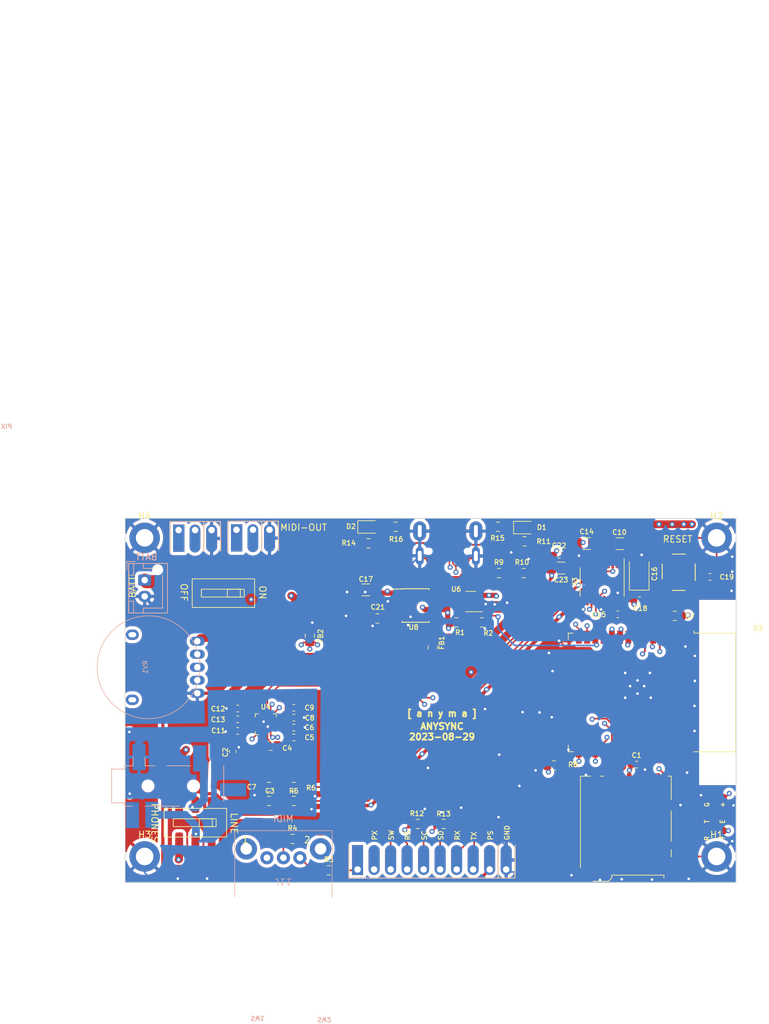
<source format=kicad_pcb>
(kicad_pcb (version 20221018) (generator pcbnew)
  (layers (0 "F.Cu" signal) (1 "In1.Cu" signal) (2 "In2.Cu" signal) (31 "B.Cu" signal) (34 "B.Paste" user) (35 "F.Paste" user) (36 "B.SilkS" user "B.Silkscreen") (37 "F.SilkS" user "F.Silkscreen") (38 "B.Mask" user) (39 "F.Mask" user) (44 "Edge.Cuts" user))
  (net 0 "")
  (net 1 "Net-(U4-INL-)")
  (net 2 "GND")
  (net 3 "+3.3VA")
  (net 4 "/line-l")
  (net 5 "/line-r")
  (net 6 "Net-(U4-INL+)")
  (net 7 "Net-(U4-INR+)")
  (net 8 "Net-(U4-INR-)")
  (net 9 "+3V3")
  (net 10 "/sda")
  (net 11 "/scl")
  (net 12 "/bclk")
  (net 13 "/lrclk")
  (net 14 "/data")
  (net 15 "Net-(U3-CAPP)")
  (net 16 "Net-(U3-CAPM)")
  (net 17 "Net-(U4-HPVDD)")
  (net 18 "Net-(U4-HPVSS)")
  (net 19 "Net-(U4-CAP+)")
  (net 20 "/miso")
  (net 21 "/sck")
  (net 22 "/mosi")
  (net 23 "Net-(U4-CAP-)")
  (net 24 "Net-(U3-VNEG)")
  (net 25 "Net-(U3-LDOO)")
  (net 26 "+BATT")
  (net 27 "Net-(U8-Bypass)")
  (net 28 "Net-(D1-K)")
  (net 29 "Net-(D1-A)")
  (net 30 "Net-(D2-K)")
  (net 31 "GNDA")
  (net 32 "/en")
  (net 33 "Net-(J11-Pad1)")
  (net 34 "/pix")
  (net 35 "/sw2")
  (net 36 "/sw1")
  (net 37 "Net-(J11-Pad2)")
  (net 38 "Net-(SW1B-B)")
  (net 39 "/usb-")
  (net 40 "/usb+")
  (net 42 "Net-(SW1A-B)")
  (net 44 "Net-(J7-CC1)")
  (net 45 "VBUS")
  (net 46 "/sd_cs")
  (net 47 "/hp-l")
  (net 48 "/hp-r")
  (net 49 "/flash")
  (net 50 "/rx")
  (net 51 "/tx")
  (net 53 "+3V8")
  (net 54 "/rx1")
  (net 55 "/tx1")
  (net 56 "/1pps")
  (net 57 "/batt-mon")
  (net 58 "Net-(J7-CC2)")
  (net 60 "Net-(U2-10|T10|AD1.9|FPSICS0)")
  (net 61 "Net-(U3-OUTL)")
  (net 62 "Net-(U3-OUTR)")
  (net 63 "Net-(U6-PROG)")
  (net 65 "/pot")
  (net 67 "/pcm5100_mute")
  (net 68 "/hp_gain_0")
  (net 69 "/hp_gain_1")
  (net 70 "/hp_en")
  (net 72 "/amp_mute")
  (net 73 "/spare2")
  (net 74 "/btn")
  (net 83 "/sd_det")
  (footprint "synkie_footprints:C_0603_1608Metric_Pad1.05x0.95mm_HandSolder" (layer "F.Cu") (at 195.693 134.874)
    (fp_text reference "C1")
    (fp_text value "100n")
  )
  (footprint "Anyma06:JAE_USB-C_SJ122205" (layer "F.Cu") (at 166.6415 102.0665 180)
    (fp_text reference "J7" hide)
    (fp_text value "USB_C_Receptacle_USB2.0")
  )
  (footprint "synkie_footprints:C_0805_2012Metric_Pad1.15x1.40mm_HandSolder" (layer "F.Cu") (at 155.8 112.4 180)
    (fp_text reference "C21")
    (fp_text value "470p")
  )
  (footprint "MountingHole:MountingHole_2.7mm_M2.5_DIN965_Pad" (layer "F.Cu") (at 208 100)
    (fp_text reference "H2")
    (fp_text value "MountingHole_Pad")
  )
  (footprint "synkie_footprints:L_0805_2012Metric_Pad1.15x1.40mm_HandSolder" (layer "F.Cu") (at 164.338 116.849 90)
    (fp_text reference "FB1")
    (fp_text value "FerriteBead")
  )
  (footprint "synkie_footprints:C_0603_1608Metric_Pad1.05x0.95mm_HandSolder" (layer "F.Cu") (at 196.143 109.58)
    (fp_text reference "C18")
    (fp_text value "100n")
  )
  (footprint "synkie_footprints:R_0805_2012Metric_Pad1.15x1.40mm_HandSolder" (layer "F.Cu") (at 166 144)
    (fp_text reference "R13")
    (fp_text value "4k7")
  )
  (footprint "Anyma06:JS202011SCQN" (layer "F.Cu") (at 132.12 108.502 -90)
    (fp_text reference "SW3" hide)
    (fp_text value "SW_DPDT_x2")
  )
  (footprint "synkie_footprints:C_1206_3216Metric_Pad1.42x1.75mm_HandSolder" (layer "F.Cu") (at 154.0375 108 180)
    (fp_text reference "C17")
    (fp_text value "10u")
  )
  (footprint "synkie_footprints:R_0805_2012Metric_Pad1.15x1.40mm_HandSolder" (layer "F.Cu") (at 182.975 135)
    (fp_text reference "R8")
    (fp_text value "10k")
  )
  (footprint "synkie_footprints:C_1206_3216Metric_Pad1.42x1.75mm_HandSolder" (layer "F.Cu") (at 188.018 100.88 180)
    (fp_text reference "C14")
    (fp_text value "2u2")
  )
  (footprint "synkie_footprints:C_0603_1608Metric_Pad1.05x0.95mm_HandSolder" (layer "F.Cu") (at 192.786 111.76)
    (fp_text reference "C15")
    (fp_text value "100n")
  )
  (footprint "synkie_footprints:R_0805_2012Metric_Pad1.15x1.40mm_HandSolder" (layer "F.Cu") (at 174.371 98.298 180)
    (fp_text reference "R15")
    (fp_text value "5k1")
  )
  (footprint "MountingHole:MountingHole_2.7mm_M2.5_DIN965_Pad" (layer "F.Cu") (at 120 100)
    (fp_text reference "H4")
    (fp_text value "MountingHole_Pad")
  )
  (footprint "synkie_footprints:SOIC-8_3.9x4.9mm_P1.27mm" (layer "F.Cu") (at 161.675 110.4)
    (fp_text reference "U8")
    (fp_text value "TC1263")
  )
  (footprint "anyma_footprints:ComboPinhead_03" (layer "F.Cu") (at 134.127 98.7555 90)
    (fp_text reference "J9" hide)
    (fp_text value "sw2")
  )
  (footprint "Package_SO:TSSOP-20_4.4x6.5mm_P0.65mm" (layer "F.Cu") (at 190.385 106.796 -90)
    (fp_text reference "U3")
    (fp_text value "PCM5100")
  )
  (footprint "synkie_footprints:C_0603_1608Metric_Pad1.05x0.95mm_HandSolder" (layer "F.Cu") (at 183.769 102.616)
    (fp_text reference "C22")
    (fp_text value "100n")
  )
  (footprint "synkie_footprints:R_0805_2012Metric_Pad1.15x1.40mm_HandSolder" (layer "F.Cu") (at 154.423 100.838)
    (fp_text reference "R14")
    (fp_text value "2k")
  )
  (footprint "LED_SMD:LED_0805_2012Metric" (layer "F.Cu") (at 154.4805 98.328)
    (fp_text reference "D2")
    (fp_text value "RDY")
  )
  (footprint "synkie_footprints:Alps_Tactile_Switch" (layer "F.Cu") (at 202.184 105.283 -90)
    (fp_text reference "SW2" hide)
    (fp_text value "reset")
  )
  (footprint "synkie_footprints:C_0603_1608Metric_Pad1.05x0.95mm_HandSolder" (layer "F.Cu") (at 142.95 126.128 180)
    (fp_text reference "C9")
    (fp_text value "1u")
  )
  (footprint "MountingHole:MountingHole_2.7mm_M2.5_DIN965_Pad" (layer "F.Cu") (at 208 149)
    (fp_text reference "H1")
    (fp_text value "MountingHole_Pad")
  )
  (footprint "MountingHole:MountingHole_2.7mm_M2.5_DIN965_Pad" (layer "F.Cu") (at 120 149)
    (fp_text reference "H3")
    (fp_text value "MountingHole_Pad")
  )
  (footprint "synkie_footprints:R_0805_2012Metric_Pad1.15x1.40mm_HandSolder" (layer "F.Cu") (at 158.614 98.298)
    (fp_text reference "R16")
    (fp_text value "5k1")
  )
  (footprint "synkie_footprints:L_0805_2012Metric_Pad1.15x1.40mm_HandSolder" (layer "F.Cu") (at 145.415 115.062 90)
    (fp_text reference "FB2")
    (fp_text value "FerriteBead")
  )
  (footprint "anyma_footprints:ComboPinhead_03" (layer "F.Cu") (at 125.222 98.806 90)
    (fp_text reference "J8" hide)
    (fp_text value "sw1")
  )
  (footprint "synkie_footprints:C_0603_1608Metric_Pad1.05x0.95mm_HandSolder" (layer "F.Cu") (at 134.314 129.684 180)
    (fp_text reference "C11")
    (fp_text value "1u")
  )
  (footprint "synkie_footprints:R_0805_2012Metric_Pad1.15x1.40mm_HandSolder" (layer "F.Cu") (at 178.317 105.41)
    (fp_text reference "R10")
    (fp_text value "2k")
  )
  (footprint "synkie_footprints:C_0603_1608Metric_Pad1.05x0.95mm_HandSolder" (layer "F.Cu") (at 142.95 130.7 180)
    (fp_text reference "C5")
    (fp_text value "1u")
  )
  (footprint "Anyma06:AnymaPOGO-ESP" (layer "F.Cu") (at 203.914 145.034 -90)
    (fp_text reference "J4" hide)
    (fp_text value "Conn_01x06")
  )
  (footprint "synkie_footprints:R_0805_2012Metric_Pad1.15x1.40mm_HandSolder" (layer "F.Cu") (at 171.85 113)
    (fp_text reference "R2")
    (fp_text value "2k")
  )
  (footprint "synkie_footprints:C_0603_1608Metric_Pad1.05x0.95mm_HandSolder" (layer "F.Cu") (at 207 106)
    (fp_text reference "C19")
    (fp_text value "1u")
  )
  (footprint "synkie_footprints:C_0603_1608Metric_Pad1.05x0.95mm_HandSolder" (layer "F.Cu") (at 134.314 126.255 180)
    (fp_text reference "C12")
    (fp_text value "1u")
  )
  (footprint "2022_midi_controller:ESP32-S3-WROOM" (layer "F.Cu") (at 195.055 123.775 -90)
    (fp_text reference "U2")
    (fp_text value "ESP32-S3-WROOM")
  )
  (footprint "Anyma06:JS202011SCQN" (layer "F.Cu") (at 127.802 143.808 -90)
    (fp_text reference "SW1" hide)
    (fp_text value "SW_DPDT_x2")
  )
  (footprint "synkie_footprints:C_0603_1608Metric_Pad1.05x0.95mm_HandSolder" (layer "F.Cu") (at 133.552 132.859 90)
    (fp_text reference "C2")
    (fp_text value "1u")
  )
  (footprint "Connector_Card:microSD_HC_Hirose_DM3BT-DSF-PEJS" (layer "F.Cu") (at 194.03 144.535)
    (fp_text reference "J6" hide)
    (fp_text value "Micro_SD_Card_Det_Hirose_DM3AT")
  )
  (footprint "synkie_footprints:C_0603_1608Metric_Pad1.05x0.95mm_HandSolder" (layer "F.Cu") (at 142.95 127.652 180)
    (fp_text reference "C8")
    (fp_text value "1u")
  )
  (footprint "synkie_footprints:C_1206_3216Metric_Pad1.42x1.75mm_HandSolder" (layer "F.Cu") (at 193.0965 100.902 180)
    (fp_text reference "C10")
    (fp_text value "2u2")
  )
  (footprint "synkie_footprints:R_0805_2012Metric_Pad1.15x1.40mm_HandSolder" (layer "F.Cu") (at 201.558 112 180)
    (fp_text reference "R7")
    (fp_text value "10k")
  )
  (footprint "synkie_footprints:R_0805_2012Metric_Pad1.15x1.40mm_HandSolder" (layer "F.Cu") (at 178.444 100.543 180)
    (fp_text reference "R11")
    (fp_text value "2k")
  )
  (footprint "Package_TO_SOT_SMD:SOT-23-5" (layer "F.Cu") (at 170.175 109.8 180)
    (fp_text reference "U6")
    (fp_text value "MCP73831-2-OT")
  )
  (footprint "synkie_footprints:R_0805_2012Metric_Pad1.15x1.40mm_HandSolder" (layer "F.Cu") (at 167.975 113)
    (fp_text reference "R1")
    (fp_text value "2k")
  )
  (footprint "synkie_footprints:R_0805_2012Metric_Pad1.15x1.40mm_HandSolder" (layer "F.Cu") (at 148.336 151.13)
    (fp_text reference "R3")
    (fp_text value "33")
  )
  (footprint "LED_SMD:LED_0805_2012Metric" (layer "F.Cu") (at 178.444 98.425)
    (fp_text reference "D1")
    (fp_text value "CHRG")
  )
  (footprint "synkie_footprints:C_0603_1608Metric_Pad1.05x0.95mm_HandSolder" (layer "F.Cu") (at 134.314 127.906)
    (fp_text reference "C13")
    (fp_text value "1u")
  )
  (footprint "synkie_footprints:C_0805_2012Metric_Pad1.15x1.40mm_HandSolder" (layer "F.Cu") (at 139.14 140.462)
    (fp_text reference "C3")
    (fp_text value "2n2")
  )
  (footprint "Package_DFN_QFN:QFN-16-1EP_3x3mm_P0.5mm_EP1.7x1.7mm" (layer "F.Cu") (at 138.632 128.668 180)
    (fp_text reference "U4")
    (fp_text value "PAM8908")
  )
  (footprint "synkie_footprints:C_0603_1608Metric_Pad1.05x0.95mm_HandSolder" (layer "F.Cu") (at 142.95 129.176 180)
    (fp_text reference "C6")
    (fp_text value "1u")
  )
  (footprint "synkie_footprints:C_0805_2012Metric_Pad1.15x1.40mm_HandSolder" (layer "F.Cu") (at 139.14 138.32 180)
    (fp_text reference "C7")
    (fp_text value "2n2")
  )
  (footprint "synkie_footprints:R_0805_2012Metric_Pad1.15x1.40mm_HandSolder" (layer "F.Cu") (at 142.748 146.304)
    (fp_text reference "R4")
    (fp_text value "10")
  )
  (footprint "synkie_footprints:C_1206_3216Metric_Pad1.42x1.75mm_HandSolder" (layer "F.Cu") (at 184.0595 104.648 180)
    (fp_text reference "C23")
    (fp_text value "4u7")
  )
  (footprint "synkie_footprints:C_0805_2012Metric_Pad1.15x1.40mm_HandSolder" (layer "F.Cu") (at 139.394 131.97)
    (fp_text reference "C4")
    (fp_text value "2u2")
  )
  (footprint "synkie_footprints:CP_EIA-3528-21_Kemet-B_Pad1.50x2.35mm_HandSolder" (layer "F.Cu") (at 196.088 105.41 90)
    (fp_text reference "C16")
    (fp_text value "10u")
  )
  (footprint "synkie_footprints:R_0805_2012Metric_Pad1.15x1.40mm_HandSolder" (layer "F.Cu") (at 142.95 138.32 180)
    (fp_text reference "R6")
    (fp_text value "470")
  )
  (footprint "synkie_footprints:R_0805_2012Metric_Pad1.15x1.40mm_HandSolder" (layer "F.Cu") (at 142.95 140.462 180)
    (fp_text reference "R5")
    (fp_text value "470")
  )
  (footprint "synkie_footprints:R_0805_2012Metric_Pad1.15x1.40mm_HandSolder" (layer "F.Cu") (at 162.025 144)
    (fp_text reference "R12")
    (fp_text value "4k7")
  )
  (footprint "synkie_footprints:R_0805_2012Metric_Pad1.15x1.40mm_HandSolder" (layer "F.Cu") (at 174.498 105.41)
    (fp_text reference "R9")
    (fp_text value "2k")
  )
  (footprint "Anyma06:RK10J12E" (layer "B.Cu") (at 120.6 119.9 -90)
    (fp_text reference "RV1")
    (fp_text value "R_Potentiometer")
  )
  (footprint "anyma_footprints:ComboPinhead_10" (layer "B.Cu") (at 152.76 151 -90)
    (fp_text reference "J10" hide)
    (fp_text value "gps")
  )
  (footprint "anyma_footprints:TRAPC3MSX" (layer "B.Cu") (at 141.351 147.828)
    (fp_text reference "J11")
    (fp_text value "MIDI OUT")
  )
  (footprint "Connector_JST:JST_XH_B2B-XH-AM_1x02_P2.50mm_Vertical" (layer "B.Cu") (at 120 106.5 -90)
    (fp_text reference "J5" hide)
    (fp_text value "CELL_1")
  )
  (footprint "anyma_footprints:Jack_3.5mm_SMD" (layer "B.Cu") (at 123.82 138.16 -90)
    (fp_text reference "J3" hide)
    (fp_text value "out")
  )
  (gr_rect (start 117 97) (end 211 153) (stroke (width 0.1)) (fill none) (layer "Edge.Cuts"))
  (gr_text "PIX" (at 98.75 82.894) (layer "B.SilkS") (effects (font (size 0.7 0.7)) (justify mirror)))
  (gr_text "SW2" (at 147.645 174.0875 180) (layer "B.SilkS") (effects (font (size 0.7 0.7)) (justify mirror)))
  (gr_text "BATT" (at 120.275 102.95) (layer "B.SilkS") (effects (font (size 1 1)) (justify mirror)))
  (gr_text "SW1" (at 137.395 173.8875 180) (layer "B.SilkS") (effects (font (size 0.7 0.7)) (justify mirror)))
  (gr_text "MIDI" (at 141.3256 143.2052) (layer "B.SilkS") (effects (font (size 1 1)) (justify mirror)))
  (gr_text "BATT\n" (at 118.125 107.55 90) (layer "F.SilkS") (effects (font (size 1 1))))
  (gr_text "GND" (at 175.75 145.35 90) (layer "F.SilkS") (effects (font (size 0.75 0.75))))
  (gr_text "ON" (at 138.15 108.4 270) (layer "F.SilkS") (effects (font (size 1 1))))
  (gr_text "SC" (at 163.03125 145.760714 90) (layer "F.SilkS") (effects (font (size 0.75 0.75))))
  (gr_text "1" (at 135.5 146.45) (layer "F.SilkS") (effects (font (size 1 1))))
  (gr_text "LINE" (at 133.75 143.9 -90) (layer "F.SilkS") (effects (font (size 1 1))))
  (gr_text "RESET" (at 202 100.2) (layer "F.SilkS") (effects (font (size 1 1))))
  (gr_text "PS" (at 173.20625 145.760714 90) (layer "F.SilkS") (effects (font (size 0.75 0.75))))
  (gr_text "ANYSYNC\n2023-08-29" (at 165.75 129.8) (layer "F.SilkS") (effects (font (size 1 1) (thickness 0.25))))
  (gr_text "2" (at 145 146.45) (layer "F.SilkS") (effects (font (size 1 1))))
  (gr_text "SD" (at 165.575 145.760714 90) (layer "F.SilkS") (effects (font (size 0.75 0.75))))
  (gr_text "TX" (at 170.6625 145.85 90) (layer "F.SilkS") (effects (font (size 0.75 0.75))))
  (gr_text "SW" (at 157.94375 145.707143 90) (layer "F.SilkS") (effects (font (size 0.75 0.75))))
  (gr_text "PX" (at 155.4 145.760714 90) (layer "F.SilkS") (effects (font (size 0.75 0.75))))
  (gr_text "[ a n y m a ]" (at 165.75 127.006) (layer "F.SilkS") (effects (font (size 1 1) (thickness 0.25))))
  (gr_text "MIDI-OUT" (at 144.45 98.4) (layer "F.SilkS") (effects (font (size 1 1))))
  (gr_text "RX" (at 168.11875 145.760714 90) (layer "F.SilkS") (effects (font (size 0.75 0.75))))
  (gr_text "OFF" (at 126.05 108.4 270) (layer "F.SilkS") (effects (font (size 1 1))))
  (gr_text "PHONES" (at 121.55 143.8 -90) (layer "F.SilkS") (effects (font (size 1 1))))
  (gr_text "RS" (at 160.4875 145.760714 90) (layer "F.SilkS") (effects (font (size 0.75 0.75))))
  (segment (start 140.743 129.368) (end 142.075 130.7) (width 0.25) (layer "F.Cu") (net 1))
  (segment (start 140.126 129.368) (end 140.743 129.368) (width 0.25) (layer "F.Cu") (net 1))
  (segment (start 140.0945 129.418) (end 140.0945 129.3995) (width 0.25) (layer "F.Cu") (net 1))
  (segment (start 140.0945 129.3995) (end 140.126 129.368) (width 0.25) (layer "F.Cu") (net 1))
  (segment (start 185.3 117.04) (end 184.05 117.04) (width 0.25) (layer "F.Cu") (net 2))
  (segment (start 177.419 101.219) (end 176.403 102.235) (width 0.25) (layer "F.Cu") (net 2))
  (segment (start 189.355 136.91) (end 188.336402 136.91) (width 0.25) (layer "F.Cu") (net 2))
  (segment (start 173.863 110.236) (end 172.5175 110.236) (width 0.5) (layer "F.Cu") (net 2))
  (segment (start 185.692 151.91) (end 185.674 151.892) (width 0.25) (layer "F.Cu") (net 2))
  (segment (start 193.661 111.76) (end 195.58 111.76) (width 0.25) (layer "F.Cu") (net 2))
  (segment (start 187.46 103.386) (end 186.817 102.743) (width 0.25) (layer "F.Cu") (net 2))
  (segment (start 196.568 135.227) (end 196.977 135.636) (width 0.25) (layer "F.Cu") (net 2))
  (segment (start 152.55 108) (end 153.593 108) (width 0.25) (layer "F.Cu") (net 2))
  (segment (start 196.469 102.616) (end 196.469 103.404) (width 0.25) (layer "F.Cu") (net 2))
  (segment (start 208 149) (end 202.445 149) (width 0.25) (layer "F.Cu") (net 2))
  (segment (start 197.705 102.168) (end 200.284 102.168) (width 0.25) (layer "F.Cu") (net 2))
  (segment (start 203.31 116.603) (end 203.2 116.713) (width 0.25) (layer "F.Cu") (net 2))
  (segment (start 203.45 136.1) (end 203.305 135.955) (width 0.25) (layer "F.Cu") (net 2))
  (segment (start 200.755 141.11) (end 202.425 141.11) (width 0.25) (layer "F.Cu") (net 2))
  (segment (start 203.305 135.955) (end 203.305 132.775) (width 0.25) (layer "F.Cu") (net 2))
  (segment (start 171.3125 109.8) (end 171.4945 109.982) (width 0.5) (layer "F.Cu") (net 2))
  (segment (start 160.909 111.224) (end 160.909 112.141) (width 0.25) (layer "F.Cu") (net 2))
  (segment (start 179.342 103.523) (end 179.07 103.251) (width 0.25) (layer "F.Cu") (net 2))
  (segment (start 182.637701 127.587701) (end 182.612299 127.587701) (width 0.25) (layer "F.Cu") (net 2))
  (segment (start 182.612299 127.587701) (end 168.7 141.5) (width 0.25) (layer "F.Cu") (net 2))
  (segment (start 166.751 131.445) (end 163.576 134.62) (width 0.25) (layer "F.Cu") (net 2))
  (segment (start 182.362695 115.824) (end 179.996 118.190695) (width 0.25) (layer "F.Cu") (net 2))
  (segment (start 196.568 134.874) (end 196.568 136.723) (width 0.25) (layer "F.Cu") (net 2))
  (segment (start 154.775 112.4) (end 154.775 113.246) (width 0.25) (layer "F.Cu") (net 2))
  (segment (start 198.13 108.468) (end 200.284 108.468) (width 0.25) (layer "F.Cu") (net 2))
  (segment (start 158.975 109.765) (end 159.45 109.765) (width 0.25) (layer "F.Cu") (net 2))
  (segment (start 147.898514 143.2104) (end 147.852914 143.256) (width 0.25) (layer "F.Cu") (net 2))
  (segment (start 138.151086 143.256) (end 138.105486 143.2104) (width 0.25) (layer "F.Cu") (net 2))
  (segment (start 152.55 103.736) (end 155.448 100.838) (width 0.25) (layer "F.Cu") (net 2))
  (segment (start 185.3 117.04) (end 184.985 117.04) (width 0.25) (layer "F.Cu") (net 2))
  (segment (start 200.38 146.935) (end 200.755 147.31) (width 0.25) (layer "F.Cu") (net 2))
  (segment (start 149.535486 143.2104) (end 147.898514 143.2104) (width 0.25) (layer "F.Cu") (net 2))
  (segment (start 192.66 109.6585) (end 192.66 110.759) (width 0.25) (layer "F.Cu") (net 2))
  (segment (start 203.31 115.275) (end 203.31 116.603) (width 0.25) (layer "F.Cu") (net 2))
  (segment (start 166.751 131.445) (end 154.94 143.256) (width 0.25) (layer "F.Cu") (net 2))
  (segment (start 172.875 113) (end 172.875 113.383) (width 0.25) (layer "F.Cu") (net 2))
  (segment (start 159.45 109.765) (end 160.909 111.224) (width 0.25) (layer "F.Cu") (net 2))
  (segment (start 205.97502 139.954) (end 205.604326 139.583306) (width 0.25) (layer "F.Cu") (net 2))
  (segment (start 160.909 112.141) (end 160.909 113.03) (width 0.25) (layer "F.Cu") (net 2))
  (segment (start 174.55 133.35) (end 174.55 133.3) (width 0.25) (layer "F.Cu") (net 2))
  (segment (start 138.105486 143.2104) (end 135.89235 143.2104) (width 0.25) (layer "F.Cu") (net 2))
  (segment (start 172.6775 98.9665) (end 170.9615 98.9665) (width 0.25) (layer "F.Cu") (net 2))
  (segment (start 188.336402 136.91) (end 187.892201 136.465799) (width 0.25) (layer "F.Cu") (net 2))
  (segment (start 160.909 113.03) (end 160.528 113.411) (width 0.25) (layer "F.Cu") (net 2))
  (segment (start 174.55 133.3) (end 180.75 127.1) (width 0.25) (layer "F.Cu") (net 2))
  (segment (start 147.852914 143.256) (end 138.151086 143.256) (width 0.25) (layer "F.Cu") (net 2))
  (segment (start 202.425 141.11) (end 202.438 141.097) (width 0.25) (layer "F.Cu") (net 2))
  (segment (start 151.461 108) (end 151.13 108.331) (width 0.25) (layer "F.Cu") (net 2))
  (segment (start 196.568 136.723) (end 196.755 136.91) (width 0.25) (layer "F.Cu") (net 2))
  (segment (start 162.3215 98.9665) (end 170.9615 98.9665) (width 0.25) (layer "F.Cu") (net 2))
  (segment (start 175.006 123.19) (end 166.751 131.445) (width 0.25) (layer "F.Cu") (net 2))
  (segment (start 165.65 142.2) (end 174.5 133.35) (width 0.25) (layer "F.Cu") (net 2))
  (segment (start 127.33775 151.765) (end 122.765 151.765) (width 0.25) (layer "F.Cu") (net 2))
  (segment (start 190.222643 111.019234) (end 190.71 110.531877) (width 0.25) (layer "F.Cu") (net 2))
  (segment (start 159.639 98.298) (end 160.3075 98.9665) (width 0.25) (layer "F.Cu") (net 2))
  (segment (start 179.342 105.41) (end 179.342 103.523) (width 0.25) (layer "F.Cu") (net 2))
  (segment (start 206.454 139.954) (end 205.97502 139.954) (width 0.25) (layer "F.Cu") (net 2))
  (segment (start 196.469 103.404) (end 196.088 103.785) (width 0.25) (layer "F.Cu") (net 2))
  (segment (start 192.66 110.759) (end 193.661 111.76) (width 0.25) (layer "F.Cu") (net 2))
  (segment (start 174.5 133.35) (end 174.55 133.35) (width 0.25) (layer "F.Cu") (net 2))
  (segment (start 162.7215 103.1665) (end 162.3215 102.7665) (width 0.25) (layer "F.Cu") (net 2))
  (segment (start 187.46 110.99) (end 187.452 110.998) (width 0.25) (layer "F.Cu") (net 2))
  (segment (start 172.379474 125.816526) (end 172.379474 126.3275) (width 0.25) (layer "F.Cu") (net 2))
  (segment (start 183.642 117.448) (end 183.642 118.237) (width 0.25) (layer "F.Cu") (net 2))
  (segment (start 157.41 109.765) (end 154.775 112.4) (width 0.25) (layer "F.Cu") (net 2))
  (segment (start 200.284 102.168) (end 200.284 108.468) (width 0.25) (layer "F.Cu") (net 2))
  (segment (start 169.7415 103.1665) (end 170.5865 103.1665) (width 0.25) (layer "F.Cu") (net 2))
  (segment (start 200.755 147.31) (end 200.755 150.91) (width 0.25) (layer "F.Cu") (net 2))
  (segment (start 208 100) (end 208 105.875) (width 0.25) (layer "F.Cu") (net 2))
  (segment (start 179.996 118.190695) (end 179.996 118.2) (width 0.25) (layer "F.Cu") (net 2))
  (segment (start 190.71 110.531877) (end 190.71 109.6585) (width 0.25) (layer "F.Cu") (net 2))
  (segment (start 170.5865 103.1665) (end 170.9615 102.7915) (width 0.25) (layer "F.Cu") (net 2))
  (segment (start 178.15 126.8) (end 178 126.8) (width 0.25) (layer "F.Cu") (net 2))
  (segment (start 208 105.875) (end 207.875 106) (width 0.25) (layer "F.Cu") (net 2))
  (segment (start 152.55 108) (end 151.461 108) (width 0.25) (layer "F.Cu") (net 2))
  (segment (start 172.5175 110.236) (end 172.466 110.1845) (width 0.5) (layer "F.Cu") (net 2))
  (segment (start 153.593 108) (end 153.924 108.331) (width 0.25) (layer "F.Cu") (net 2))
  (segment (start 158.975 109.765) (end 157.41 109.765) (width 0.25) (layer "F.Cu") (net 2))
  (segment (start 122.765 151.765) (end 120 149) (width 0.25) (layer "F.Cu") (net 2))
  (segment (start 145.415 114.037) (end 145.415 113.411) (width 0.25) (layer "F.Cu") (net 2))
  (segment (start 171.4945 109.982) (end 175.768 109.982) (width 0.5) (layer "F.Cu") (net 2))
  (segment (start 187.455 151.91) (end 185.692 151.91) (width 0.25) (layer "F.Cu") (net 2))
  (segment (start 183.642 118.237) (end 182.753 119.126) (width 0.25) (layer "F.Cu") (net 2))
  (segment (start 183.769 115.824) (end 182.362695 115.824) (width 0.25) (layer "F.Cu") (net 2))
  (segment (start 154.775 113.246) (end 155.067 113.538) (width 0.25) (layer "F.Cu") (net 2))
  (segment (start 196.568 134.874) (end 196.568 135.227) (width 0.25) (layer "F.Cu") (net 2))
  (segment (start 154.94 143.256) (end 149.581086 143.256) (width 0.25) (layer "F.Cu") (net 2))
  (segment (start 184.985 117.04) (end 183.769 115.824) (width 0.25) (layer "F.Cu") (net 2))
  (segment (start 187.46 103.9335) (end 187.46 103.386) (width 0.25) (layer "F.Cu") (net 2))
  (segment (start 202.452 100) (end 208 100) (width 0.25) (layer "F.Cu") (net 2))
  (segment (start 145.415 113.411) (end 145.796 113.03) (width 0.25) (layer "F.Cu") (net 2))
  (segment (start 172.875 113.383) (end 172.339 113.919) (width 0.25) (layer "F.Cu") (net 2))
  (segment (start 178 126.8) (end 163.1 141.7) (width 0.25) (layer "F.Cu") (net 2))
  (segment (start 200.38 141.485) (end 200.38 146.935) (width 0.25) (layer "F.Cu") (net 2))
  (segment (start 192.66 109.6585) (end 192.66 108.584) (width 0.25) (layer "F.Cu") (net 2))
  (segment (start 175.006 123.19) (end 172.379474 125.816526) (width 0.25) (layer "F.Cu") (net 2))
  (segment (start 180.75 127.1) (end 180.75 126.85) (width 0.25) (layer "F.Cu") (net 2))
  (segment (start 197.018 110.322) (end 197.018 109.58) (width 0.25) (layer "F.Cu") (net 2))
  (segment (start 118.11 101.89) (end 120 100) (width 0.5) (layer "F.Cu") (net 2))
  (segment (start 179.996 118.2) (end 175.006 123.19) (width 0.25) (layer "F.Cu") (net 2))
  (segment (start 195.58 111.76) (end 197.018 110.322) (width 0.25) (layer "F.Cu") (net 2))
  (segment (start 197.018 109.58) (end 198.13 108.468) (width 0.25) (layer "F.Cu") (net 2))
  (segment (start 152.55 108) (end 152.55 103.736) (width 0.25) (layer "F.Cu") (net 2))
  (segment (start 184.05 117.04) (end 183.642 117.448) (width 0.25) (layer "F.Cu") (net 2))
  (segment (start 160.3075 98.9665) (end 162.3215 98.9665) (width 0.25) (layer "F.Cu") (net 2))
  (segment (start 187.46 109.6585) (end 187.46 110.99) (width 0.25) (layer "F.Cu") (net 2))
  (segment (start 149.581086 143.256) (end 149.535486 143.2104) (width 0.25) (layer "F.Cu") (net 2))
  (segment (start 202.445 149) (end 200.755 147.31) (width 0.25) (layer "F.Cu") (net 2))
  (segment (start 196.088 103.785) (end 197.705 102.168) (width 0.25) (layer "F.Cu") (net 2))
  (segment (start 163.576 134.62) (end 163.576 135.382) (width 0.25) (layer "F.Cu") (net 2))
  (segment (start 163.5415 103.1665) (end 162.7215 103.1665) (width 0.25) (layer "F.Cu") (net 2))
  (segment (start 177.419 100.543) (end 177.419 101.219) (width 0.25) (layer "F.Cu") (net 2))
  (segment (start 200.755 141.11) (end 200.38 141.485) (width 0.25) (layer "F.Cu") (net 2))
  (segment (start 182.753 119.126) (end 182.753 120.489799) (width 0.25) (layer "F.Cu") (net 2))
  (segment (start 192.66 108.584) (end 192.786 108.458) (width 0.25) (layer "F.Cu") (net 2))
  (segment (start 173.346 98.298) (end 172.6775 98.9665) (width 0.25) (layer "F.Cu") (net 2))
  (segment (start 200.284 102.168) (end 202.452 100) (width 0.25) (layer "F.Cu") (net 2))
  (via (at 179.07 103.251) (size 0.8) (drill 0.4) (layers "F.Cu" "B.Cu") (net 2))
  (via (at 204.6 129.7) (size 0.8) (drill 0.4) (layers "F.Cu" "B.Cu") (net 2))
  (via (at 174.55 133.35) (size 0.8) (drill 0.4) (layers "F.Cu" "B.Cu") (net 2))
  (via (at 194.691 122.809) (size 0.8) (drill 0.4) (layers "F.Cu" "B.Cu") (net 2))
  (via (at 203.7 152.45) (size 0.8) (drill 0.4) (layers "F.Cu" "B.Cu") (net 2))
  (via (at 195.834 123.952) (size 0.8) (drill 0.4) (layers "F.Cu" "B.Cu") (net 2))
  (via (at 182.753 120.489799) (size 0.8) (drill 0.4) (layers "F.Cu" "B.Cu") (net 2))
  (via (at 187.452 110.998) (size 0.8) (drill 0.4) (layers "F.Cu" "B.Cu") (net 2))
  (via (at 182.637701 127.587701) (size 0.8) (drill 0.4) (layers "F.Cu" "B.Cu") (net 2))
  (via (at 182.1942 117.7036) (size 0.8) (drill 0.4) (layers "F.Cu" "B.Cu") (net 2))
  (via (at 190.05 152.6) (size 0.8) (drill 0.4) (layers "F.Cu" "B.Cu") (net 2))
  (via (at 160.528 113.411) (size 0.8) (drill 0.4) (layers "F.Cu" "B.Cu") (net 2))
  (via (at 186.817 102.743) (size 0.8) (drill 0.4) (layers "F.Cu" "B.Cu") (net 2))
  (via (at 195.834 121.92) (size 0.8) (drill 0.4) (layers "F.Cu" "B.Cu") (net 2))
  (via (at 129.6 152.4) (size 0.8) (drill 0.4) (layers "F.Cu" "B.Cu") (net 2))
  (via (at 172.379474 126.3275) (size 0.8) (drill 0.4) (layers "F.Cu" "B.Cu") (net 2))
  (via (at 151.13 108.331) (size 0.8) (drill 0.4) (layers "F.Cu" "B.Cu") (net 2))
  (via (at 193.929 124.587) (size 0.8) (drill 0.4) (layers "F.Cu" "B.Cu") (net 2))
  (via (at 193.4 152.5) (size 0.8) (drill 0.4) (layers "F.Cu" "B.Cu") (net 2))
  (via (at 175.768 109.982) (size 0.8) (drill 0.4) (layers "F.Cu" "B.Cu") (net 2))
  (via (at 176.403 102.235) (size 0.8) (drill 0.4) (layers "F.Cu" "B.Cu") (net 2))
  (via (at 197.739 120.777) (size 0.8) (drill 0.4) (layers "F.Cu" "B.Cu") (net 2))
  (via (at 197.866 124.587) (size 0.8) (drill 0.4) (layers "F.Cu" "B.Cu") (net 2))
  (via (at 174.45 142.95) (size 0.8) (drill 0.4) (layers "F.Cu" "B.Cu") (net 2))
  (via (at 202.438 141.097) (size 0.8) (drill 0.4) (layers "F.Cu" "B.Cu") (net 2))
  (via (at 172.466 110.1845) (size 0.8) (drill 0.4) (layers "F.Cu" "B.Cu") (net 2))
  (via (at 196.469 102.616) (size 0.8) (drill 0.4) (layers "F.Cu" "B.Cu") (net 2))
  (via (at 165.65 142.2) (size 0.8) (drill 0.4) (layers "F.Cu" "B.Cu") (net 2))
  (via (at 173.863 110.236) (size 0.8) (drill 0.4) (layers "F.Cu" "B.Cu") (net 2))
  (via (at 172.339 113.919) (size 0.8) (drill 0.4) (layers "F.Cu" "B.Cu") (net 2))
  (via (at 210.6 141.15) (size 0.8) (drill 0.4) (layers "F.Cu" "B.Cu") (net 2))
  (via (at 210.3 108.15) (size 0.8) (drill 0.4) (layers "F.Cu" "B.Cu") (net 2))
  (via (at 125.1 152.4) (size 0.8) (drill 0.4) (layers "F.Cu" "B.Cu") (net 2))
  (via (at 204.65 118.15) (size 0.8) (drill 0.4) (layers "F.Cu" "B.Cu") (net 2))
  (via (at 151 112) (size 0.8) (drill 0.4) (layers "F.Cu" "B.Cu") (net 2))
  (via (at 203.2 116.713) (size 0.8) (drill 0.4) (layers "F.Cu" "B.Cu") (net 2))
  (via (at 204.6 125.85) (size 0.8) (drill 0.4) (layers "F.Cu" "B.Cu") (net 2))
  (via (at 204.65 122) (size 0.8) (drill 0.4) (layers "F.Cu" "B.Cu") (net 2))
  (via (at 210.4 146.65) (size 0.8) (drill 0.4) (layers "F.Cu" "B.Cu") (net 2))
  (via (at 160.909 112.141) (size 0.8) (drill 0.4) (layers "F.Cu" "B.Cu") (net 2))
  (via (at 180.15 135.75) (size 0.8) (drill 0.4) (layers "F.Cu" "B.Cu") (net 2))
  (via (at 153.924 108.331) (size 0.8) (drill 0.4) (layers "F.Cu" "B.Cu") (net 2))
  (via (at 198.05 152.55) (size 0.8) (drill 0.4) (layers "F.Cu" "B.Cu") (net 2))
  (via (at 183.769 115.824) (size 0.8) (drill 0.4) (layers "F.Cu" "B.Cu") (net 2))
  (via (at 196.977 135.636) (size 0.8) (drill 0.4) (layers "F.Cu" "B.Cu") (net 2))
  (via (at 157.41 109.765) (size 0.8) (drill 0.4) (layers "F.Cu" "B.Cu") (net 2))
  (via (at 145.796 113.03) (size 0.8) (drill 0.4) (layers "F.Cu" "B.Cu") (net 2))
  (via (at 190.222643 111.019234) (size 0.8) (drill 0.4) (layers "F.Cu" "B.Cu") (net 2))
  (via (at 192.786 108.458) (size 0.8) (drill 0.4) (layers "F.Cu" "B.Cu") (net 2))
  (via (at 178.15 126.8) (size 0.8) (drill 0.4) (layers "F.Cu" "B.Cu") (net 2))
  (via (at 193.929 120.777) (size 0.8) (drill 0.4) (layers "F.Cu" "B.Cu") (net 2))
  (via (at 187.892201 136.465799) (size 0.8) (drill 0.4) (layers "F.Cu" "B.Cu") (net 2))
  (via (at 205.604326 139.583306) (size 0.8) (drill 0.4) (layers "F.Cu" "B.Cu") (net 2))
  (via (at 203.45 136.1) (size 0.8) (drill 0.4) (layers "F.Cu" "B.Cu") (net 2))
  (via (at 180.75 126.85) (size 0.8) (drill 0.4) (layers "F.Cu" "B.Cu") (net 2))
  (via (at 210.4 102.9) (size 0.8) (drill 0.4) (layers "F.Cu" "B.Cu") (net 2))
  (via (at 177.65 138.15) (size 0.8) (drill 0.4) (layers "F.Cu" "B.Cu") (net 2))
  (via (at 163.1 141.7) (size 0.8) (drill 0.4) (layers "F.Cu" "B.Cu") (net 2))
  (via (at 210.4 105.2) (size 0.8) (drill 0.4) (layers "F.Cu" "B.Cu") (net 2))
  (via (at 185.2 132.6) (size 0.8) (drill 0.4) (layers "F.Cu" "B.Cu") (net 2))
  (via (at 185.674 151.892) (size 0.8) (drill 0.4) (layers "F.Cu" "B.Cu") (net 2))
  (via (at 155.067 113.538) (size 0.8) (drill 0.4) (layers "F.Cu" "B.Cu") (net 2))
  (via (at 196.85 122.809) (size 0.8) (drill 0.4) (layers "F.Cu" "B.Cu") (net 2))
  (via (at 168.7 141.5) (size 0.8) (drill 0.4) (layers "F.Cu" "B.Cu") (net 2))
  (via (at 163.576 135.382) (size 0.8) (drill 0.4) (layers "F.Cu" "B.Cu") (net 2))
  (segment (start 187.489 108.929) (end 187.452 108.966) (width 0.25) (layer "B.Cu") (net 2))
  (segment (start 157.41 109.765) (end 160.745 109.765) (width 0.25) (layer "B.Cu") (net 2))
  (segment (start 162.3215 98.9665) (end 162.3215 102.7665) (width 0.25) (layer "B.Cu") (net 2))
  (segment (start 151.13 108.331) (end 153.924 108.331) (width 0.25) (layer "B.Cu") (net 2))
  (segment (start 187.577 149.989) (end 187.577 149.385) (width 0.25) (layer "B.Cu") (net 2))
  (segment (start 201.716 134.366) (end 198.247 134.366) (width 0.25) (layer "B.Cu") (net 2))
  (segment (start 120 109.15) (end 123.88 113.03) (width 0.5) (layer "B.Cu") (net 2))
  (segment (start 189.279 108.929) (end 187.489 108.929) (width 0.25) (layer "B.Cu") (net 2))
  (segment (start 125.1 152.4) (end 125.227 152.527) (width 0.25) (layer "B.Cu") (net 2))
  (segment (start 203.45 134.489) (end 197.866 128.905) (width 0.25) (layer "B.Cu") (net 2))
  (segment (start 121.031 152.527) (end 124.973 152.527) (width 0.25) (layer "B.Cu") (net 2))
  (segment (start 187.452 110.998) (end 187.452 108.966) (width 0.25) (layer "B.Cu") (net 2))
  (segment (start 175.62 151) (end 175.62 147.426) (width 0.25) (layer "B.Cu") (net 2))
  (segment (start 203.45 136.1) (end 203.45 137.42898) (width 0.25) (layer "B.Cu") (net 2))
  (segment (start 203.45 136.1) (end 201.716 134.366) (width 0.25) (layer "B.Cu") (net 2))
  (segment (start 181.9 126.85) (end 182.637701 127.587701) (width 0.25) (layer "B.Cu") (net 2))
  (segment (start 171.614 113.194) (end 160.745 113.194) (width 0.25) (layer "B.Cu") (net 2))
  (segment (start 190.754 110.49) (end 190.754 110.487877) (width 0.25) (layer "B.Cu") (net 2))
  (segment (start 176.403 102.235) (end 175.8465 102.7915) (width 0.25) (layer "B.Cu") (net 2))
  (segment (start 160.909 104.179) (end 162.3215 102.7665) (width 0.25) (layer "B.Cu") (net 2))
  (segment (start 203.2 116.713) (end 199.136 120.777) (width 0.25) (layer "B.Cu") (net 2))
  (segment (start 153.924 108.331) (end 155.976 108.331) (width 0.25) (layer "B.Cu") (net 2))
  (segment (start 170.9615 98.9665) (end 170.9615 102.7915) (width 0.25) (layer "B.Cu") (net 2))
  (segment (start 187.892201 136.465799) (end 185.801 138.557) (width 0.25) (layer "B.Cu") (net 2))
  (segment (start 154.178 144.018) (end 156.083 144.018) (width 0.25) (layer "B.Cu") (net 2))
  (segment (start 120 151.496) (end 121.031 152.527) (width 0.25) (layer "B.Cu") (net 2))
  (segment (start 203.45 137.42898) (end 205.604326 139.583306) (width 0.25) (layer "B.Cu") (net 2))
  (segment (start 174.498 110.236) (end 173.863 110.236) (width 0.5) (layer "B.Cu") (net 2))
  (segment (start 203.45 136.1) (end 203.45 134.489) (width 0.25) (layer "B.Cu") (net 2))
  (segment (start 147.48975 151.003) (end 147.48975 150.70625) (width 0.25) (layer "B.Cu") (net 2))
  (segment (start 160.745 113.194) (end 160.528 113.411) (width 0.25) (layer "B.Cu") (net 2))
  (segment (start 155.067 113.538) (end 155.194 113.411) (width 0.25) (layer "B.Cu") (net 2))
  (segment (start 155.976 108.331) (end 157.41 109.765) (width 0.25) (layer "B.Cu") (net 2))
  (segment (start 120 109) (end 120 109.15) (width 0.5) (layer "B.Cu") (net 2))
  (segment (start 183.769 115.824) (end 183.769 114.681) (width 0.25) (layer "B.Cu") (net 2))
  (segment (start 175.768 109.982) (end 175.327918 109.982) (width 0.5) (layer "B.Cu") (net 2))
  (segment (start 187.452 108.966) (end 187.452 103.378) (width 0.25) (layer "B.Cu") (net 2))
  (segment (start 160.745 109.765) (end 160.909 109.601) (width 0.25) (layer "B.Cu") (net 2))
  (segment (start 146.431 113.03) (end 151.13 108.331) (width 0.25) (layer "B.Cu") (net 2))
  (segment (start 124.973 152.527) (end 125.1 152.4) (width 0.25) (layer "B.Cu") (net 2))
  (segment (start 173.726041 110.523959) (end 172.339 111.911) (width 0.5) (layer "B.Cu") (net 2))
  (segment (start 190.754 110.487877) (end 190.222643 111.019234) (width 0.25) (layer "B.Cu") (net 2))
  (segment (start 143.28575 152.527) (end 143.63475 152.178) (width 0.25) (layer "B.Cu") (net 2))
  (segment (start 175.327918 109.982) (end 174.785959 110.523959) (width 0.5) (layer "B.Cu") (net 2))
  (segment (start 172.379474 126.578526) (end 172.379474 126.3275) (width 0.25) (layer "B.Cu") (net 2))
  (segment (start 197.866 128.905) (end 197.866 124.587) (width 0.25) (layer "B.Cu") (net 2))
  (segment (start 189.9 109.55) (end 189.279 108.929) (width 0.25) (layer "B.Cu") (net 2))
  (segment (start 187.452 103.378) (end 186.817 102.743) (width 0.25) (layer "B.Cu") (net 2))
  (segment (start 145.796 113.03) (end 146.431 113.03) (width 0.25) (layer "B.Cu") (net 2))
  (segment (start 179.937 151.385) (end 180.762 152.21) (width 0.25) (layer "B.Cu") (net 2))
  (segment (start 172.339 113.919) (end 171.614 113.194) (width 0.25) (layer "B.Cu") (net 2))
  (segment (start 175.62 147.426) (end 163.576 135.382) (width 0.25) (layer "B.Cu") (net 2))
  (segment (start 177.419 103.251) (end 176.403 102.235) (width 0.25) (layer "B.Cu") (net 2))
  (segment (start 160.528 104.56) (end 162.3215 102.7665) (width 0.25) (layer "B.Cu") (net 2))
  (segment (start 166.35 141.5) (end 165.65 142.2) (width 0.25) (layer "B.Cu") (net 2))
  (segment (start 163.576 135.382) (end 172.379474 126.578526) (width 0.25) (layer "B.Cu") (net 2))
  (segment (start 199.136 120.777) (end 197.739 120.777) (width 0.25) (layer "B.Cu") (net 2))
  (segment (start 202.438 137.112) (end 202.438 141.097) (width 0.25) (layer "B.Cu") (net 2))
  (segment (start 120 149) (end 120 151.496) (width 0.25) (layer "B.Cu") (net 2))
  (segment (start 185.356 152.21) (end 185.674 151.892) (width 0.25) (layer "B.Cu") (net 2))
  (segment (start 174.785959 110.523959) (end 174.498 110.236) (width 0.5) (layer "B.Cu") (net 2))
  (segment (start 129.727 152.527) (end 138.176 152.527) (width 0.25) (layer "B.Cu") (net 2))
  (segment (start 129.473 152.527) (end 129.6 152.4) (width 0.25) (layer "B.Cu") (net 2))
  (segment (start 186.309 103.251) (end 186.817 102.743) (width 0.25) (layer "B.Cu") (net 2))
  (segment (start 163.1 141.7) (end 165.15 141.7) (width 0.25) (layer "B.Cu") (net 2))
  (segment (start 138.02975 152.38075) (end 138.176 152.527) (width 0.25) (layer "B.Cu") (net 2))
  (segment (start 143.63475 152.178) (end 146.31475 152.178) (width 0.25) (layer "B.Cu") (net 2))
  (segment (start 155.194 113.411) (end 160.528 113.411) (width 0.25) (layer "B.Cu") (net 2))
  (segment (start 203.45 136.1) (end 202.438 137.112) (width 0.25) (layer "B.Cu") (net 2))
  (segment (start 185.801 147.609) (end 187.577 149.385) (width 0.25) (layer "B.Cu") (net 2))
  (segment (start 172.339 111.911) (end 172.339 113.919) (width 0.5) (layer "B.Cu") (net 2))
  (segment (start 198.247 134.366) (end 196.977 135.636) (width 0.25) (layer "B.Cu") (net 2))
  (segment (start 138.176 152.527) (end 143.28575 152.527) (width 0.25) (layer "B.Cu") (net 2))
  (segment (start 182.753 120.489799) (end 182.753 122.197) (width 0.25) (layer "B.Cu") (net 2))
  (segment (start 160.909 112.141) (end 160.909 109.601) (width 0.25) (layer "B.Cu") (net 2))
  (segment (start 160.528 113.411) (end 160.528 104.56) (width 0.25) (layer "B.Cu") (net 2))
  (segment (start 165.15 141.7) (end 165.65 142.2) (width 0.25) (layer "B.Cu") (net 2))
  (segment (start 185.801 138.557) (end 185.801 147.609) (width 0.25) (layer "B.Cu") (net 2))
  (segment (start 160.909 109.601) (end 160.909 104.179) (width 0.25) (layer "B.Cu") (net 2))
  (segment (start 129.6 152.4) (end 129.727 152.527) (width 0.25) (layer "B.Cu") (net 2))
  (segment (start 150.566 147.63) (end 154.178 144.018) (width 0.25) (layer "B.Cu") (net 2))
  (segment (start 176.005 151.385) (end 179.937 151.385) (width 0.25) (layer "B.Cu") (net 2))
  (segment (start 182.753 120.489799) (end 193.641799 120.489799) (width 0.25) (layer "B.Cu") (net 2))
  (segment (start 183.769 114.681) (end 187.452 110.998) (width 0.25) (layer "B.Cu") (net 2))
  (segment (start 150.566 148.646486) (end 150.566 147.63) (width 0.25) (layer "B.Cu") (net 2))
  (segment (start 180.75 126.85) (end 181.9 126.85) (width 0.25) (layer "B.Cu") (net 2))
  (segment (start 175.62 151) (end 176.005 151.385) (width 0.25) (layer "B.Cu") (net 2))
  (segment (start 147.48975 150.70625) (end 148.392 149.804) (width 0.25) (layer "B.Cu") (net 2))
  (segment (start 179.07 103.251) (end 177.419 103.251) (width 0.25) (layer "B.Cu") (net 2))
  (segment (start 180.762 152.21) (end 185.356 152.21) (width 0.25) (layer "B.Cu") (net 2))
  (segment (start 149.408486 149.804) (end 150.566 148.646486) (width 0.25) (layer "B.Cu") (net 2))
  (segment (start 148.392 149.804) (end 149.408486 149.804) (width 0.25) (layer "B.Cu") (net 2))
  (segment (start 168.7 141.5) (end 166.35 141.5) (width 0.25) (layer "B.Cu") (net 2))
  (segment (start 163.576 136.525) (end 163.576 135.382) (width 0.25) (layer "B.Cu") (net 2))
  (segment (start 156.083 144.018) (end 163.576 136.525) (width 0.25) (layer "B.Cu") (net 2))
  (segment (start 185.674 151.892) (end 187.577 149.989) (width 0.25) (layer "B.Cu") (net 2))
  (segment (start 125.227 152.527) (end 129.473 152.527) (width 0.25) (layer "B.Cu") (net 2))
  (segment (start 174.785959 110.523959) (end 173.726041 110.523959) (width 0.5) (layer "B.Cu") (net 2))
  (segment (start 193.641799 120.489799) (end 193.929 120.777) (width 0.25) (layer "B.Cu") (net 2))
  (segment (start 146.31475 152.178) (end 147.48975 151.003) (width 0.25) (layer "B.Cu") (net 2))
  (segment (start 175.8465 102.7915) (end 170.9615 102.7915) (width 0.25) (layer "B.Cu") (net 2))
  (segment (start 196.342 102.743) (end 196.469 102.616) (width 0.25) (layer "B.Cu") (net 2))
  (segment (start 123.88 113.03) (end 145.796 113.03) (width 0.5) (layer "B.Cu") (net 2))
  (segment (start 179.07 103.251) (end 186.309 103.251) (width 0.25) (layer "B.Cu") (net 2))
  (segment (start 192.786 108.458) (end 190.754 110.49) (width 0.25) (layer "B.Cu") (net 2))
  (segment (start 182.753 122.197) (end 178.15 126.8) (width 0.25) (layer "B.Cu") (net 2))
  (segment (start 186.817 102.743) (end 196.342 102.743) (width 0.25) (layer "B.Cu") (net 2))
  (segment (start 138.02975 151.003) (end 138.02975 152.38075) (width 0.25) (layer "B.Cu") (net 2))
  (segment (start 193.929 102.489) (end 195.499984 102.489) (width 0.35) (layer "F.Cu") (net 3))
  (segment (start 188.403304 102.045697) (end 188.76 102.402394) (width 0.35) (layer "F.Cu") (net 3))
  (segment (start 138.834943 118.294) (end 130.937 126.191943) (width 1.2) (layer "F.Cu") (net 3))
  (segment (start 130.937 133.477) (end 131.194 133.734) (width 1.2) (layer "F.Cu") (net 3))
  (segment (start 185.871117 99.568) (end 184.644 100.795117) (width 0.35) (layer "F.Cu") (net 3))
  (segment (start 185.547 104.648) (end 185.547 105.156) (width 1.2) (layer "F.Cu") (net 3))
  (segment (start 184.644 103.745) (end 185.547 104.648) (width 0.35) (layer "F.Cu") (net 3))
  (segment (start 189.357 99.568) (end 188.846117 99.568) (width 0.35) (layer "F.Cu") (net 3))
  (segment (start 138.369 131.97) (end 138.369 133.538) (width 0.5) (layer "F.Cu") (net 3))
  (segment (start 166.75 117) (end 165.456 118.294) (width 1.2) (layer "F.Cu") (net 3))
  (segment (start 138.382 131.957) (end 138.369 131.97) (width 0.25) (layer "F.Cu") (net 3))
  (segment (start 184.644 100.795117) (end 184.644 102.616) (width 0.35) (layer "F.Cu") (net 3))
  (segment (start 131.194 133.734) (end 133.552 133.734) (width 1.2) (layer "F.Cu") (net 3))
  (segment (start 189.357 99.568) (end 185.871117 99.568) (width 0.35) (layer "F.Cu") (net 3))
  (segment (start 165.456 118.294) (end 138.834943 118.294) (width 1.2) (layer "F.Cu") (net 3))
  (segment (start 193.31 103.108) (end 193.929 102.489) (width 0.35) (layer "F.Cu") (net 3))
  (segment (start 133.552 133.734) (end 135.833 133.734) (width 0.5) (layer "F.Cu") (net 3))
  (segment (start 195.499984 102.489) (end 195.6715 102.317484) (width 0.35) (layer "F.Cu") (net 3))
  (segment (start 130.937 126.191943) (end 130.937 133.477) (width 1.2) (layer "F.Cu") (net 3))
  (segment (start 188.403304 100.010813) (end 188.403304 102.045697) (width 0.35) (layer "F.Cu") (net 3))
  (segment (start 184.644 102.616) (end 184.644 103.745) (width 0.35) (layer "F.Cu") (net 3))
  (segment (start 195.6715 99.6595) (end 195.58 99.568) (width 0.35) (layer "F.Cu") (net 3))
  (segment (start 138.041 133.866) (end 135.965 133.866) (width 0.5) (layer "F.Cu") (net 3))
  (segment (start 173.703 117) (end 166.75 117) (width 1.2) (layer "F.Cu") (net 3))
  (segment (start 193.31 103.9335) (end 193.31 103.108) (width 0.35) (layer "F.Cu") (net 3))
  (segment (start 138.382 130.1305) (end 138.382 131.957) (width 0.25) (layer "F.Cu") (net 3))
  (segment (start 188.76 102.402394) (end 188.76 103.9335) (width 0.35) (layer "F.Cu") (net 3))
  (segment (start 188.846117 99.568) (end 188.403304 100.010813) (width 0.35) (layer "F.Cu") (net 3))
  (segment (start 185.547 105.156) (end 173.703 117) (width 1.2) (layer "F.Cu") (net 3))
  (segment (start 138.369 133.538) (end 138.041 133.866) (width 0.5) (layer "F.Cu") (net 3))
  (segment (start 195.58 99.568) (end 189.357 99.568) (width 0.35) (layer "F.Cu") (net 3))
  (segment (start 195.6715 102.317484) (end 195.6715 99.6595) (width 0.35) (layer "F.Cu") (net 3))
  (segment (start 135.833 133.734) (end 135.965 133.866) (width 0.5) (layer "F.Cu") (net 3))
  (segment (start 140.165 142.156) (end 140.165 140.462) (width 0.5) (layer "F.Cu") (net 4))
  (segment (start 141.925 140.462) (end 143.075 139.312) (width 0.25) (layer "F.Cu") (net 4))
  (segment (start 143.075 132.896) (end 143.825 132.146) (width 0.25) (layer "F.Cu") (net 4))
  (segment (start 143.075 139.312) (end 143.075 132.896) (width 0.25) (layer "F.Cu") (net 4))
  (segment (start 130.302 141.058) (end 131.738 142.494) (width 0.5) (layer "F.Cu") (net 4))
  (segment (start 131.738 142.494) (end 139.827 142.494) (width 0.5) (layer "F.Cu") (net 4))
  (segment (start 143.825 132.146) (end 143.825 130.7) (width 0.25) (layer "F.Cu") (net 4))
  (segment (start 139.827 142.494) (end 140.165 142.156) (width 0.5) (layer "F.Cu") (net 4))
  (segment (start 140.165 140.462) (end 141.925 140.462) (width 0.5) (layer "F.Cu") (net 4))
  (segment (start 130.302 143.36866) (end 129.252 142.31866) (width 0.5) (layer "F.Cu") (net 5))
  (segment (start 139.14 139.345) (end 140.165 138.32) (width 0.5) (layer "F.Cu") (net 5))
  (segment (start 129.252 139.79734) (end 129.69134 139.358) (width 0.5) (layer "F.Cu") (net 5))
  (segment (start 141.925 133.284) (end 142.975 132.234) (width 0.25) (layer "F.Cu") (net 5))
  (segment (start 138.547949 141.794) (end 139.14 141.201949) (width 0.5) (layer "F.Cu") (net 5))
  (segment (start 142.975 132.234) (end 142.975 126.978) (width 0.25) (layer "F.Cu") (net 5))
  (segment (start 130.302 146.558) (end 130.302 143.36866) (width 0.5) (layer "F.Cu") (net 5))
  (segment (start 142.975 126.978) (end 143.825 126.128) (width 0.25) (layer "F.Cu") (net 5))
  (segment (start 141.925 138.32) (end 140.165 138.32) (width 0.25) (layer "F.Cu") (net 5))
  (segment (start 129.252 142.31866) (end 129.252 139.79734) (width 0.5) (layer "F.Cu") (net 5))
  (segment (start 139.14 141.201949) (end 139.14 139.345) (width 0.5) (layer "F.Cu") (net 5))
  (segment (start 130.91266 139.358) (end 133.34866 141.794) (width 0.5) (layer "F.Cu") (net 5))
  (segment (start 141.925 138.32) (end 141.925 133.284) (width 0.25) (layer "F.Cu") (net 5))
  (segment (start 129.69134 139.358) (end 130.91266 139.358) (width 0.5) (layer "F.Cu") (net 5))
  (segment (start 133.34866 141.794) (end 138.547949 141.794) (width 0.5) (layer "F.Cu") (net 5))
  (segment (start 141.817 128.918) (end 142.075 129.176) (width 0.25) (layer "F.Cu") (net 6))
  (segment (start 140.0945 128.918) (end 141.817 128.918) (width 0.25) (layer "F.Cu") (net 6))
  (segment (start 140.0945 128.418) (end 141.309 128.418) (width 0.25) (layer "F.Cu") (net 7))
  (segment (start 141.309 128.418) (end 142.075 127.652) (width 0.25) (layer "F.Cu") (net 7))
  (segment (start 140.285 127.918) (end 142.075 126.128) (width 0.25) (layer "F.Cu") (net 8))
  (segment (start 140.0945 127.918) (end 140.285 127.918) (width 0.25) (layer "F.Cu") (net 8))
  (segment (start 181.0595 100.9405) (end 184.083 97.917) (width 1.2) (layer "F.Cu") (net 9))
  (segment (start 155.702 109.601) (end 155.525 109.424) (width 1.2) (layer "F.Cu") (net 9))
  (segment (start 201.168 97.917) (end 202.946 97.917) (width 1.2) (layer "F.Cu") (net 9))
  (segment (start 199.183 97.917) (end 201.168 97.917) (width 1.2) (layer "F.Cu") (net 9))
  (segment (start 194.818 134.874) (end 194.818 135.509) (width 0.45) (layer "F.Cu") (net 9))
  (segment (start 160.927 144) (end 160.02 144.907) (width 0.25) (layer "F.Cu") (net 9))
  (segment (start 155.321 109.982) (end 155.702 109.601) (width 1.2) (layer "F.Cu") (net 9))
  (segment (start 143.129 109.982) (end 137.711 115.4) (width 1.2) (layer "F.Cu") (net 9))
  (segment (start 181.95 135) (end 181.95 135.849) (width 0.25) (layer "F.Cu") (net 9))
  (segment (start 202.583 112) (end 203.468 112) (width 0.8) (layer "F.Cu") (net 9))
  (segment (start 195.1895 109.6585) (end 195.268 109.58) (width 0.45) (layer "F.Cu") (net 9))
  (segment (start 181.95 135.849) (end 182.118 136.017) (width 0.25) (layer "F.Cu") (net 9))
  (segment (start 202.04 112.543) (end 202.583 112) (width 0.8) (layer "F.Cu") (net 9))
  (segment (start 142.55 108.9) (end 142.682 108.9) (width 1.2) (layer "F.Cu") (net 9))
  (segment (start 152.781 109.982) (end 155.321 109.982) (width 1.2) (layer "F.Cu") (net 9))
  (segment (start 208.994 139.954) (end 209.296 139.954) (width 0.25) (layer "F.Cu") (net 9))
  (segment (start 209.296 139.954) (end 209.931 139.319) (width 0.25) (layer "F.Cu") (net 9))
  (segment (start 195.268 110.178) (end 195.326 110.236) (width 0.8) (layer "F.Cu") (net 9))
  (segment (start 161 144) (end 160.927 144) (width 0.25) (layer "F.Cu") (net 9))
  (segment (start 184.083 97.917) (end 199.136 97.917) (width 1.2) (layer "F.Cu") (net 9))
  (segment (start 149.361 151.13) (end 152.63 151.13) (width 0.25) (layer "F.Cu") (net 9))
  (segment (start 194.555 135.772) (end 194.564 135.763) (width 0.45) (layer "F.Cu") (net 9))
  (segment (start 164.975 144) (end 164.975 144.397) (width 0.25) (layer "F.Cu") (net 9))
  (segment (start 128.6 115.4) (end 128.1 115.9) (width 1.2) (layer "F.Cu") (net 9))
  (segment (start 203.468 112) (end 203.581 111.887) (width 0.8) (layer "F.Cu") (net 9))
  (segment (start 202.04 115.275) (end 202.04 112.543) (width 0.8) (layer "F.Cu") (net 9))
  (segment (start 143.764 109.982) (end 143.129 109.982) (width 1.2) (layer "F.Cu") (net 9))
  (segment (start 156.02 108.495) (end 155.525 108) (width 0.8) (layer "F.Cu") (net 9))
  (segment (start 173.228 115.316) (end 181.0595 107.4845) (width 1.2) (layer "F.Cu") (net 9))
  (segment (start 194.818 135.509) (end 194.564 135.763) (width 0.45) (layer "F.Cu") (net 9))
  (segment (start 158.975 108.495) (end 156.02 108.495) (width 0.8) (layer "F.Cu") (net 9))
  (segment (start 164.975 144.397) (end 164.211 145.161) (width 0.25) (layer "F.Cu") (net 9))
  (segment (start 202.946 97.917) (end 204.216 97.917) (width 1.2) (layer "F.Cu") (net 9))
  (segment (start 153.924 115.316) (end 173.228 115.316) (width 1.2) (layer "F.Cu") (net 9))
  (segment (start 194.555 136.91) (end 194.555 135.772) (width 0.45) (layer "F.Cu") (net 9))
  (segment (start 155.525 109.424) (end 155.525 108) (width 1.2) (layer "F.Cu") (net 9))
  (segment (start 152.781 109.982) (end 152.781 114.173) (width 1.2) (layer "F.Cu") (net 9))
  (segment (start 152.63 151.13) (end 152.76 151) (width 0.25) (layer "F.Cu") (net 9))
  (segment (start 143.764 109.982) (end 152.781 109.982) (width 1.2) (layer "F.Cu") (net 9))
  (segment (start 193.31 109.6585) (end 195.1895 109.6585) (width 0.45) (layer "F.Cu") (net 9))
  (segment (start 142.682 108.9) (end 143.764 109.982) (width 1.2) (layer "F.Cu") (net 9))
  (segment (start 195.268 109.58) (end 195.268 110.178) (width 0.8) (layer "F.Cu") (net 9))
  (segment (start 181.0595 107.4845) (end 181.0595 100.9405) (width 1.2) (layer "F.Cu") (net 9))
  (segment (start 152.781 114.173) (end 153.924 115.316) (width 1.2) (layer "F.Cu") (net 9))
  (segment (start 137.711 115.4) (end 128.6 115.4) (width 1.2) (layer "F.Cu") (net 9))
  (segment (start 199.136 97.917) (end 199.183 97.917) (width 1.2) (layer "F.Cu") (net 9))
  (via (at 199.136 97.917) (size 0.8) (drill 0.4) (layers "F.Cu" "B.Cu") (net 9))
  (via (at 203.581 111.887) (size 0.8) (drill 0.4) (layers "F.Cu" "B.Cu") (net 9))
  (via (at 182.118 136.017) (size 0.8) (drill 0.4) (layers "F.Cu" "B.Cu") (net 9))
  (via (at 209.931 139.319) (size 0.8) (drill 0.4) (layers "F.Cu" "B.Cu") (net 9))
  (via (at 142.55 108.9) (size 0.8) (drill 0.4) (layers "F.Cu" "B.Cu") (net 9))
  (via (at 160.02 144.907) (size 0.8) (drill 0.4) (layers "F.Cu" "B.Cu") (net 9))
  (via (at 201.168 97.917) (size 0.8) (drill 0.4) (layers "F.Cu" "B.Cu") (net 9))
  (via (at 194.564 135.763) (size 0.8) (drill 0.4) (layers "F.Cu" "B.Cu") (net 9))
  (via (at 202.946 97.917) (size 0.8) (drill 0.4) (layers "F.Cu" "B.Cu") (net 9))
  (via (at 204.216 97.917) (size 0.8) (drill 0.4) (layers "F.Cu" "B.Cu") (net 9))
  (via (at 195.326 110.236) (size 0.8) (drill 0.4) (layers "F.Cu" "B.Cu") (net 9))
  (via (at 164.211 145.161) (size 0.8) (drill 0.4) (layers "F.Cu" "B.Cu") (net 9))
  (via (at 157.353 108.204) (size 0.8) (drill 0.4) (layers "F.Cu" "B.Cu") (net 9))
  (segment (start 183.22 125.93) (end 167.75 141.4) (width 0.25) (layer "F.Cu") (net 10))
  (segment (start 167.75 142.23) (end 167.025 142.955) (width 0.25) (layer "F.Cu") (net 10))
  (segment (start 167.75 141.4) (end 167.75 142.23) (width 0.25) (layer "F.Cu") (net 10))
  (segment (start 185.3 125.93) (end 183.22 125.93) (width 0.25) (layer "F.Cu") (net 10))
  (segment (start 167.025 142.955) (end 167.025 144) (width 0.25) (layer "F.Cu") (net 10))
  (segment (start 165.46 145.565) (end 165.46 151) (width 0.25) (layer "F.Cu") (net 10))
  (segment (start 167.025 144) (end 165.46 145.565) (width 0.25) (layer "F.Cu") (net 10))
  (segment (start 185.3 124.66) (end 181.49 124.66) (width 0.25) (layer "F.Cu") (net 11))
  (segment (start 163.05 144) (end 162.92 144.13) (width 0.25) (layer "F.Cu") (net 11))
  (segment (start 163.05 143.1) (end 163.05 144) (width 0.25) (layer "F.Cu") (net 11))
  (segment (start 162.92 144.13) (end 162.92 151) (width 0.25) (layer "F.Cu") (net 11))
  (segment (start 181.49 124.66) (end 163.05 143.1) (width 0.25) (layer "F.Cu") (net 11))
  (segment (start 188.451503 110.998) (end 188.76 110.689503) (width 0.25) (layer "F.Cu") (net 12))
  (segment (start 188.76 110.689503) (end 188.76 109.6585) (width 0.25) (layer "F.Cu") (net 12))
  (via (at 188.451503 110.998) (size 0.8) (drill 0.4) (layers "F.Cu" "B.Cu") (net 12))
  (via (at 191.897 114.046) (size 0.8) (drill 0.4) (layers "F.Cu" "B.Cu") (net 12))
  (segment (start 190.06 108.898) (end 190.06 109.6585) (width 0.25) (layer "F.Cu") (net 13))
  (segment (start 194.3265 115.3685) (end 194.42 115.275) (width 0.25) (layer "F.Cu") (net 13))
  (segment (start 194.3265 116.4755) (end 194.3265 115.3685) (width 0.25) (layer "F.Cu") (net 13))
  (segment (start 190.754 108.204) (end 190.06 108.898) (width 0.25) (layer "F.Cu") (net 13))
  (via (at 190.754 108.204) (size 0.8) (drill 0.4) (layers "F.Cu" "B.Cu") (net 13))
  (via (at 194.3265 116.4755) (size 0.8) (drill 0.4) (layers "F.Cu" "B.Cu") (net 13))
  (segment (start 193.15 115.275) (end 193.15 114.19) (width 0.25) (layer "F.Cu") (net 14))
  (segment (start 189.41 111.707) (end 189.41 109.6585) (width 0.25) (layer "F.Cu") (net 14))
  (segment (start 193.15 114.19) (end 193.294 114.046) (width 0.25) (layer "F.Cu") (net 14))
  (segment (start 189.3733 111.7437) (end 189.41 111.707) (width 0.25) (layer "F.Cu") (net 14))
  (via (at 193.294 114.046) (size 0.8) (drill 0.4) (layers "F.Cu" "B.Cu") (net 14))
  (via (at 189.3733 111.7437) (size 0.8) (drill 0.4) (layers "F.Cu" "B.Cu") (net 14))
  (segment (start 192.66 103.9335) (end 192.66 102.826) (width 0.25) (layer "F.Cu") (net 15))
  (segment (start 192.66 102.826) (end 194.584 100.902) (width 0.25) (layer "F.Cu") (net 15))
  (segment (start 191.36 103.9335) (end 191.36 101.151) (width 0.25) (layer "F.Cu") (net 16))
  (segment (start 191.36 101.151) (end 191.609 100.902) (width 0.25) (layer "F.Cu") (net 16))
  (segment (start 135.455 129.418) (end 135.189 129.684) (width 0.25) (layer "F.Cu") (net 17))
  (segment (start 137.1695 129.418) (end 135.455 129.418) (width 0.25) (layer "F.Cu") (net 17))
  (segment (start 137.882 127.2055) (end 137.882 126.579) (width 0.25) (layer "F.Cu") (net 18))
  (segment (start 137.558 126.255) (end 135.189 126.255) (width 0.25) (layer "F.Cu") (net 18))
  (segment (start 137.882 126.579) (end 137.558 126.255) (width 0.25) (layer "F.Cu") (net 18))
  (segment (start 137.1355 128.884) (end 134.417 128.884) (width 0.25) (layer "F.Cu") (net 19))
  (segment (start 137.1695 128.918) (end 137.1355 128.884) (width 0.25) (layer "F.Cu") (net 19))
  (segment (start 134.417 128.884) (end 133.439 127.906) (width 0.25) (layer "F.Cu") (net 19))
  (segment (start 196.96 132.775) (end 196.96 133.587) (width 0.25) (layer "F.Cu") (net 20))
  (segment (start 196.96 133.587) (end 197.855 134.482) (width 0.25) (layer "F.Cu") (net 20))
  (segment (start 197.855 134.482) (end 197.855 136.91) (width 0.25) (layer "F.Cu") (net 20))
  (segment (start 195.69 136.875) (end 195.655 136.91) (width 0.25) (layer "F.Cu") (net 21))
  (segment (start 195.69 132.775) (end 195.69 136.875) (width 0.25) (layer "F.Cu") (net 21))
  (segment (start 193.968 135.343) (end 193.455 135.856) (width 0.25) (layer "F.Cu") (net 22))
  (segment (start 194.42 132.775) (end 193.968 133.227) (width 0.25) (layer "F.Cu") (net 22))
  (segment (start 193.455 135.856) (end 193.455 136.91) (width 0.25) (layer "F.Cu") (net 22))
  (segment (start 193.968 133.227) (end 193.968 135.343) (width 0.25) (layer "F.Cu") (net 22))
  (segment (start 137.1695 127.918) (end 135.201 127.918) (width 0.25) (layer "F.Cu") (net 23))
  (segment (start 135.201 127.918) (end 135.189 127.906) (width 0.25) (layer "F.Cu") (net 23))
  (segment (start 190.71 102.0845) (end 189.5055 100.88) (width 0.25) (layer "F.Cu") (net 24))
  (segment (start 190.71 103.9335) (end 190.71 102.0845) (width 0.25) (layer "F.Cu") (net 24))
  (segment (start 196.088 107.035) (end 192.812 107.035) (width 0.25) (layer "F.Cu") (net 25))
  (segment (start 192.01 107.837) (end 192.01 109.6585) (width 0.25) (layer "F.Cu") (net 25))
  (segment (start 192.01 109.6585) (end 192.01 111.661) (width 0.25) (layer "F.Cu") (net 25))
  (segment (start 192.812 107.035) (end 192.01 107.837) (width 0.25) (layer "F.Cu") (net 25))
  (segment (start 192.01 111.661) (end 191.911 111.76) (width 0.25) (layer "F.Cu") (net 25))
  (segment (start 172.985 108.85) (end 174.001 108.85) (width 0.8) (layer "F.Cu") (net 26))
  (segment (start 127.241 108.458) (end 125.533 106.75) (width 2) (layer "F.Cu") (net 26))
  (segment (start 122.8 150.25) (end 123.079 150.529) (width 0.5) (layer "F.Cu") (net 26))
  (segment (start 174.001 108.85) (end 174.117 108.966) (width 0.8) (layer "F.Cu") (net 26))
  (segment (start 121.412 106.75) (end 120.25 106.75) (width 2) (layer "F.Cu") (net 26))
  (segment (start 131.866 108.458) (end 127.241 108.458) (width 2) (layer "F.Cu") (net 26))
  (segment (start 171.3125 108.85) (end 172.963 108.85) (width 0.8) (layer "F.Cu") (net 26))
  (segment (start 171.546 152.534) (end 173.08 151) (width 0.5) (layer "F.Cu") (net 26))
  (segment (start 122.8 108.138) (end 122.8 150.25) (width 0.5) (layer "F.Cu") (net 26))
  (segment (start 120.25 106.75) (end 120 106.5) (width 2) (layer "F.Cu") (net 26))
  (segment (start 132.12 105.752) (end 132.12 108.204) (width 2) (layer "F.Cu") (net 26))
  (segment (start 121.412 106.75) (end 122.8 108.138) (width 0.5) (layer "F.Cu") (net 26))
  (segment (start 132.12 108.204) (end 131.866 108.458) (width 2) (layer "F.Cu") (net 26))
  (segment (start 130.936082 152.534) (end 171.546 152.534) (width 0.5) (layer "F.Cu") (net 26))
  (segment (start 172.963 108.85) (end 172.974 108.839) (width 0.8) (layer "F.Cu") (net 26))
  (segment (start 125.533 106.75) (end 121.412 106.75) (width 2) (layer "F.Cu") (net 26))
  (segment (start 123.079 150.529) (end 128.931082 150.529) (width 0.5) (layer "F.Cu") (net 26))
  (segment (start 128.931082 150.529) (end 130.936082 152.534) (width 0.5) (layer "F.Cu") (net 26))
  (segment (start 132.12 108.204) (end 132.12 111.252) (width 2) (layer "F.Cu") (net 26))
  (segment (start 172.974 108.839) (end 172.985 108.85) (width 0.8) (layer "F.Cu") (net 26))
  (via (at 172.974 108.839) (size 0.8) (drill 0.4) (layers "F.Cu" "B.Cu") (net 26))
  (via (at 174.117 108.966) (size 0.8) (drill 0.4) (layers "F.Cu" "B.Cu") (net 26))
  (segment (start 156.92 112.305) (end 156.825 112.4) (width 0.5) (layer "F.Cu") (net 27))
  (segment (start 158.975 112.305) (end 156.92 112.305) (width 0.5) (layer "F.Cu") (net 27))
  (segment (start 174.519 106.268695) (end 173.887695 106.9) (width 0.25) (layer "F.Cu") (net 28))
  (segment (start 170.05 107.65) (end 170.05 109.871751) (width 0.25) (layer "F.Cu") (net 28))
  (segment (start 173.887695 106.9) (end 170.8 106.9) (width 0.25) (layer "F.Cu") (net 28))
  (segment (start 164.34 107.25) (end 167 107.25) (width 0.25) (layer "F.Cu") (net 28))
  (segment (start 174.519 101.4125) (end 174.519 106.268695) (width 0.25) (layer "F.Cu") (net 28))
  (segment (start 167 107.25) (end 167.75 108) (width 0.25) (layer "F.Cu") (net 28))
  (segment (start 170.25 110.55) (end 170.45 110.75) (width 0.25) (layer "F.Cu") (net 28))
  (segment (start 177.5065 98.425) (end 174.519 101.4125) (width 0.25) (layer "F.Cu") (net 28))
  (segment (start 170.8 106.9) (end 170.05 107.65) (width 0.25) (layer "F.Cu") (net 28))
  (segment (start 169.978249 109.8) (end 170.05 109.871751) (width 0.25) (layer "F.Cu") (net 28))
  (segment (start 155.418 98.328) (end 164.34 107.25) (width 0.25) (layer "F.Cu") (net 28))
  (segment (start 167.75 108) (end 167.75 109.25) (width 0.25) (layer "F.Cu") (net 28))
  (segment (start 170.45 110.75) (end 171.3125 110.75) (width 0.25) (layer "F.Cu") (net 28))
  (segment (start 168.3 109.8) (end 169.978249 109.8) (width 0.25) (layer "F.Cu") (net 28))
  (segment (start 167.75 109.25) (end 168.3 109.8) (width 0.25) (layer "F.Cu") (net 28))
  (segment (start 170.05 109.871751) (end 170.25 110.071751) (width 0.25) (layer "F.Cu") (net 28))
  (segment (start 170.25 110.071751) (end 170.25 110.55) (width 0.25) (layer "F.Cu") (net 28))
  (segment (start 179.469 100.693) (end 179.469 100.543) (width 0.25) (layer "F.Cu") (net 29))
  (segment (start 175.523 104.639) (end 179.469 100.693) (width 0.25) (layer "F.Cu") (net 29))
  (segment (start 179.3815 98.425) (end 179.3815 100.4555) (width 0.25) (layer "F.Cu") (net 29))
  (segment (start 175.523 105.41) (end 175.523 104.639) (width 0.25) (layer "F.Cu") (net 29))
  (segment (start 179.3815 100.4555) (end 179.469 100.543) (width 0.25) (layer "F.Cu") (net 29))
  (segment (start 153.543 100.693) (end 153.398 100.838) (width 0.25) (layer "F.Cu") (net 30))
  (segment (start 153.543 98.328) (end 153.543 100.693) (width 0.25) (layer "F.Cu") (net 30))
  (segment (start 138.882 128.976) (end 138.882 128.918) (width 0.25) (layer "F.Cu") (net 31))
  (segment (start 137.1695 128.418) (end 138.155 128.418) (width 0.25) (layer "F.Cu") (net 31))
  (segment (start 186.5305 100.88) (end 188.11 102.4595) (width 0.25) (layer "F.Cu") (net 31))
  (segment (start 139.269 131.281827) (end 139.269 131.395) (width 0.25) (layer "F.Cu") (net 31))
  (segment (start 183.638959 112.141) (end 172.593 123.186959) (width 0.25) (layer "F.Cu") (net 31))
  (segment (start 138.882 130.1305) (end 138.882 129.088) (width 0.25) (layer "F.Cu") (net 31))
  (segment (start 133.439 131.871) (end 133.552 131.984) (width 0.25) (layer "F.Cu") (net 31))
  (segment (start 154.1625 139.7375) (end 154.2906 139.6094) (width 0.25) (layer "F.Cu") (net 31))
  (segment (start 186.7916 107.2896) (end 187.6552 106.426) (width 0.25) (layer "F.Cu") (net 31))
  (segment (start 182.894 102.616) (end 182.894 104.326) (width 0.25) (layer "F.Cu") (net 31))
  (segment (start 183.769 112.141) (end 183.638959 112.141) (width 0.25) (layer "F.Cu") (net 31))
  (segment (start 144.463 116.087) (end 144.1 116.45) (width 0.25) (layer "F.Cu") (net 31))
  (segment (start 188.11 103.9335) (end 188.11 104.622041) (width 0.25) (layer "F.Cu") (net 31))
  (segment (start 187.1548 104.996) (end 162.1248 130.026) (width 0.25) (layer "F.Cu") (net 31))
  (segment (start 138.303 128.27) (end 138.382 128.418) (width 0.25) (layer "F.Cu") (net 31))
  (segment (start 187.736041 104.996) (end 187.1548 104.996) (width 0.25) (layer "F.Cu") (net 31))
  (segment (start 146.2 139.7375) (end 154.1625 139.7375) (width 0.25) (layer "F.Cu") (net 31))
  (segment (start 190.623959 105.156) (end 183.769 112.010959) (width 0.25) (layer "F.Cu") (net 31))
  (segment (start 182.572 104.648) (end 182.572 105.737) (width 0.25) (layer "F.Cu") (net 31))
  (segment (start 172.593 123.186959) (end 172.593 123.317) (width 0.25) (layer "F.Cu") (net 31))
  (segment (start 162.687 133.092959) (end 162.687 133.223) (width 0.25) (layer "F.Cu") (net 31))
  (segment (start 182.894 102.475) (end 183.388 101.981) (width 0.25) (layer "F.Cu") (net 31))
  (segment (start 138.932173 130.945) (end 139.269 131.281827) (width 0.25) (layer "F.Cu") (net 31))
  (segment (start 138.115 138.364) (end 136.906 139.573) (width 0.25) (layer "F.Cu") (net 31))
  (segment (start 162.1248 130.026) (end 144.675 130.026) (width 0.25) (layer "F.Cu") (net 31))
  (segment (start 188.11 104.622041) (end 187.736041 104.996) (width 0.25) (layer "F.Cu") (net 31))
  (segment (start 162.556959 133.223) (end 155.321 140.458959) (width 0.25) (layer "F.Cu") (net 31))
  (segment (start 182.572 105.737) (end 182.626 105.791) (width 0.25) (layer "F.Cu") (net 31))
  (segment (start 154.746 141.037) (end 146.558 141.037) (width 0.25) (layer "F.Cu") (net 31))
  (segment (start 172.462959 123.317) (end 162.687 133.092959) (width 0.25) (layer "F.Cu") (net 31))
  (segment (start 144.675 130.026) (end 143.825 129.176) (width 0.25) (layer "F.Cu") (net 31))
  (segment (start 145.415 116.087) (end 146.237 116.087) (width 0.25) (layer "F.Cu") (net 31))
  (segment (start 188.11 102.4595) (end 188.11 103.9335) (width 0.25) (layer "F.Cu") (net 31))
  (segment (start 138.115 140.462) (end 138.115 138.32) (width 0.25) (layer "F.Cu") (net 31))
  (segment (start 138.938 129.032) (end 138.882 128.976) (width 0.25) (layer "F.Cu") (net 31))
  (segment (start 143.825 127.652) (end 143.825 129.176) (width 0.25) (layer "F.Cu") (net 31))
  (segment (start 186.5305 100.88) (end 187.283 100.88) (width 0.25) (layer "F.Cu") (net 31))
  (segment (start 138.882 128.918) (end 138.632 128.668) (width 0.25) (layer "F.Cu") (net 31))
  (segment (start 154.686 141.097) (end 154.746 141.037) (width 0.25) (layer "F.Cu") (net 31))
  (segment (start 172.593 123.317) (end 172.462959 123.317) (width 0.25) (layer "F.Cu") (net 31))
  (segment (start 140.419 136.016) (end 138.115 138.32) (width 0.25) (layer "F.Cu") (net 31))
  (segment (start 146.108 141.487) (end 145.914 141.487) (width 0.25) (layer "F.Cu") (net 31))
  (segment (start 133.439 129.684) (end 133.439 131.871) (width 0.25) (layer "F.Cu") (net 31))
  (segment (start 133.422 126.238) (end 133.439 126.255) (width 0.25) (layer "F.Cu") (net 31))
  (segment (start 145.415 116.087) (end 144.463 116.087) (width 0.25) (layer "F.Cu") (net 31))
  (segment (start 187.6552 106.426) (end 187.8584 106.2228) (width 0.25) (layer "F.Cu") (net 31))
  (segment (start 140.419 131.97) (end 140.419 136.016) (width 0.25) (layer "F.Cu") (net 31))
  (segment (start 146.237 116.087) (end 146.6 116.45) (width 0.25) (layer "F.Cu") (net 31))
  (segment (start 138.882 130.945) (end 138.932173 130.945) (width 0.25) (layer "F.Cu") (net 31))
  (segment (start 182.894 104.326) (end 182.572 104.648) (width 0.25) (layer "F.Cu") (net 31))
  (segment (start 138.882 130.1305) (end 138.882 130.945) (width 0.25) (layer "F.Cu") (net 31))
  (segment (start 146.558 141.037) (end 146.108 141.487) (width 0.25) (layer "F.Cu") (net 31))
  (segment (start 138.882 129.088) (end 138.938 129.032) (width 0.25) (layer "F.Cu") (net 31))
  (segment (start 138.155 128.418) (end 138.303 128.27) (width 0.25) (layer "F.Cu") (net 31))
  (segment (start 155.321 140.462) (end 154.813 140.97) (width 0.25) (layer "F.Cu") (net 31))
  (segment (start 183.769 112.010959) (end 183.769 112.141) (width 0.25) (layer "F.Cu") (net 31))
  (segment (start 139.844 131.97) (end 140.419 131.97) (width 0.25) (layer "F.Cu") (net 31))
  (segment (start 162.687 133.223) (end 162.556959 133.223) (width 0.25) (layer "F.Cu") (net 31))
  (segment (start 186.7275 107.2896) (end 186.7916 107.2896) (width 0.25) (layer "F.Cu") (net 31))
  (segment (start 145.415 116.087) (end 145.415 117.094) (width 0.25) (layer "F.Cu") (net 31))
  (segment (start 133.552 131.984) (end 134.27 131.984) (width 0.25) (layer "F.Cu") (net 31))
  (segment (start 154.4718 139.6094) (end 187.6552 106.426) (width 0.25) (layer "F.Cu") (net 31))
  (segment (start 132.461 129.794) (end 133.329 129.794) (width 0.25) (layer "F.Cu") (net 31))
  (segment (start 138.382 128.418) (end 138.632 128.668) (width 0.25) (layer "F.Cu") (net 31))
  (segment (start 187.283 100.88) (end 187.452 100.711) (width 0.25) (layer "F.Cu") (net 31))
  (segment (start 145.914 141.487) (end 145.669 141.732) (width 0.25) (layer "F.Cu") (net 31))
  (segment (start 134.27 131.984) (end 134.493 132.207) (width 0.25) (layer "F.Cu") (net 31))
  (segment (start 192.024 105.156) (end 190.623959 105.156) (width 0.25) (layer "F.Cu") (net 31))
  (segment (start 154.2906 139.6094) (end 154.325 139.575) (width 0.25) (layer "F.Cu") (net 31))
  (segment (start 132.588 126.238) (end 133.422 126.238) (width 0.25) (layer "F.Cu") (net 31))
  (segment (start 182.894 102.616) (end 182.894 102.475) (width 0.25) (layer "F.Cu") (net 31))
  (segment (start 154.813 141.097) (end 154.686 141.097) (width 0.25) (layer "F.Cu") (net 31))
  (segment (start 154.813 140.97) (end 154.813 141.097) (width 0.25) (layer "F.Cu") (net 31))
  (segment (start 155.321 140.458959) (end 155.321 140.462) (width 0.25) (layer "F.Cu") (net 31))
  (segment (start 133.329 129.794) (end 133.439 129.684) (width 0.25) (layer "F.Cu") (net 31))
  (segment (start 192.01 105.142) (end 192.01 103.9335) (width 0.25) (layer "F.Cu") (net 31))
  (segment (start 192.024 105.156) (end 192.01 105.142) (width 0.25) (layer "F.Cu") (net 31))
  (segment (start 138.115 138.32) (end 138.115 138.364) (width 0.25) (layer "F.Cu") (net 31))
  (segment (start 139.269 131.395) (end 139.844 131.97) (width 0.25) (layer "F.Cu") (net 31))
  (segment (start 154.2906 139.6094) (end 154.4718 139.6094) (width 0.25) (layer "F.Cu") (net 31))
  (via (at 132.461 129.794) (size 0.8) (drill 0.4) (layers "F.Cu" "B.Cu") (net 31))
  (via (at 183.388 101.981) (size 0.8) (drill 0.4) (layers "F.Cu" "B.Cu") (net 31))
  (via (at 138.938 129.032) (size 0.8) (drill 0.4) (layers "F.Cu" "B.Cu") (net 31))
  (via (at 144.526 127.635) (size 0.8) (drill 0.4) (layers "F.Cu" "B.Cu") (net 31))
  (via (at 170.2308 120.65) (size 0.8) (drill 0.4) (layers "F.Cu" "B.Cu") (net 31))
  (via (at 132.588 126.238) (size 0.8) (drill 0.4) (layers "F.Cu" "B.Cu") (net 31))
  (via (at 145.415 117.094) (size 0.8) (drill 0.4) (layers "F.Cu" "B.Cu") (net 31))
  (via (at 146.2 139.7375) (size 0.8) (drill 0.4) (layers "F.Cu" "B.Cu") (net 31))
  (via (at 138.303 128.27) (size 0.8) (drill 0.4) (layers "F.Cu" "B.Cu") (net 31))
  (via (at 154.813 141.097) (size 0.8) (drill 0.4) (layers "F.Cu" "B.Cu") (net 31))
  (via (at 134.493 132.207) (size 0.8) (drill 0.4) (layers "F.Cu" "B.Cu") (net 31))
  (via (at 187.452 100.711) (size 0.8) (drill 0.4) (layers "F.Cu" "B.Cu") (net 31))
  (via (at 136.906 139.573) (size 0.8) (drill 0.4) (layers "F.Cu" "B.Cu") (net 31))
  (via (at 192.024 105.156) (size 0.8) (drill 0.4) (layers "F.Cu" "B.Cu") (net 31))
  (via (at 183.769 112.141) (size 0.8) (drill 0.4) (layers "F.Cu" "B.Cu") (net 31))
  (via (at 162.687 133.223) (size 0.8) (drill 0.4) (layers "F.Cu" "B.Cu") (net 31))
  (via (at 144.1 116.45) (size 0.8) (drill 0.4) (layers "F.Cu" "B.Cu") (net 31))
  (via (at 172.593 123.317) (size 0.8) (drill 0.4) (layers "F.Cu" "B.Cu") (net 31))
  (via (at 146.6 116.45) (size 0.8) (drill 0.4) (layers "F.Cu" "B.Cu") (net 31))
  (via (at 145.669 141.732) (size 0.8) (drill 0.4) (layers "F.Cu" "B.Cu") (net 31))
  (via (at 144.653 129.159) (size 0.8) (drill 0.4) (layers "F.Cu" "B.Cu") (net 31))
  (via (at 117.7 139.35) (size 0.8) (drill 0.4) (layers "F.Cu" "B.Cu") (net 31))
  (via (at 182.626 105.791) (size 0.8) (drill 0.4) (layers "F.Cu" "B.Cu") (net 31))
  (via (at 117.65 129.85) (size 0.8) (drill 0.4) (layers "F.Cu" "B.Cu") (net 31))
  (via (at 186.7275 107.2896) (size 0.8) (drill 0.4) (layers "F.Cu" "B.Cu") (net 31))
  (segment (start 119.13 133.72) (end 119.13 131.314) (width 1.2) (layer "B.Cu") (net 31))
  (segment (start 119.13 131.314) (end 120.65 129.794) (width 1.2) (layer "B.Cu") (net 31))
  (segment (start 120.65 129.794) (end 132.461 129.794) (width 1.2) (layer "B.Cu") (net 31))
  (segment (start 203.994 108.468) (end 203.994 106.172) (width 0.25) (layer "F.Cu") (net 32))
  (segment (start 200.77 112.237) (end 200.533 112) (width 0.25) (layer "F.Cu") (net 32))
  (segment (start 208.069 140.260852) (end 208.069 141.569) (width 0.25) (layer "F.Cu") (net 32))
  (segment (start 203.994 106.172) (end 205.953 106.172) (width 0.25) (layer "F.Cu") (net 32))
  (segment (start 200.533 112) (end 203.994 108.539) (width 0.25) (layer "F.Cu") (net 32))
  (segment (start 206.358148 138.55) (end 208.069 140.260852) (width 0.25) (layer "F.Cu") (net 32))
  (segment (start 208.069 141.569) (end 208.994 142.494) (width 0.25) (layer "F.Cu") (net 32))
  (segment (start 200.77 115.275) (end 200.77 128.14) (width 0.25) (layer "F.Cu") (net 32))
  (segment (start 204.65 137.85) (end 205.35 138.55) (width 0.25) (layer "F.Cu") (net 32))
  (segment (start 205.953 106.172) (end 206.125 106) (width 0.25) (layer "F.Cu") (net 32))
  (segment (start 200.77 128.14) (end 204.65 132.02) (width 0.25) (layer "F.Cu") (net 32))
  (segment (start 203.994 108.539) (end 203.994 108.468) (width 0.25) (layer "F.Cu") (net 32))
  (segment (start 200.77 115.275) (end 200.77 112.237) (width 0.25) (layer "F.Cu") (net 32))
  (segment (start 205.35 138.55) (end 206.358148 138.55) (width 0.25) (layer "F.Cu") (net 32))
  (segment (start 204.65 132.02) (end 204.65 137.85) (width 0.25) (layer "F.Cu") (net 32))
  (segment (start 203.994 106.172) (end 203.994 102.168) (width 0.25) (layer "F.Cu") (net 32))
  (segment (start 145.8214 151.13) (end 147.311 151.13) (width 0.25) (layer "F.Cu") (net 33))
  (segment (start 143.891 149.1996) (end 145.8214 151.13) (width 0.25) (layer "F.Cu") (net 33))
  (segment (start 198.12 116.7505) (end 198.12 115.385) (width 0.25) (layer "F.Cu") (net 35))
  (segment (start 198.12 115.385) (end 198.23 115.275) (width 0.25) (layer "F.Cu") (net 35))
  (via (at 198.12 116.7505) (size 0.8) (drill 0.4) (layers "F.Cu" "B.Cu") (net 35))
  (segment (start 196.96 117.474096) (end 196.96 115.275) (width 0.25) (layer "F.Cu") (net 36))
  (segment (start 196.587048 117.847048) (end 196.96 117.474096) (width 0.25) (layer "F.Cu") (net 36))
  (via (at 196.587048 117.847048) (size 0.8) (drill 0.4) (layers "F.Cu" "B.Cu") (net 36))
  (segment (start 141.351 149.1996) (end 141.351 146.676) (width 0.25) (layer "F.Cu") (net 37))
  (segment (start 141.351 146.676) (end 141.723 146.304) (width 0.25) (layer "F.Cu") (net 37))
  (segment (start 127.889 146.471) (end 127.802 146.558) (width 1.2) (layer "F.Cu") (net 38))
  (segment (start 127.889 145.542) (end 127.889 146.471) (width 1.2) (layer "F.Cu") (net 38))
  (via (at 127.889 145.542) (size 0.8) (drill 0.4) (layers "F.Cu" "B.Cu") (net 38))
  (segment (start 126.217 142.6) (end 127.889 144.272) (width 1.2) (layer "B.Cu") (net 38))
  (segment (start 121.1 142.6) (end 126.217 142.6) (width 1.2) (layer "B.Cu") (net 38))
  (segment (start 127.889 144.272) (end 127.889 145.542) (width 1.2) (layer "B.Cu") (net 38))
  (segment (start 167.3915 103.91755) (end 167.3915 103.1665) (width 0.2) (layer "F.Cu") (net 39))
  (segment (start 188.07 113.521) (end 188.07 115.275) (width 0.2) (layer "F.Cu") (net 39))
  (segment (start 167.3915 102.4315) (end 167.3265 102.3665) (width 0.2) (layer "F.Cu") (net 39))
  (segment (start 167.3265 102.3665) (end 165.9565 102.3665) (width 0.2) (layer "F.Cu") (net 39))
  (segment (start 167.3915 103.1665) (end 167.3915 102.4315) (width 0.2) (layer "F.Cu") (net 39))
  (segment (start 167.894 104.42005) (end 167.3915 103.91755) (width 0.2) (layer "F.Cu") (net 39))
  (segment (start 165.8915 102.4315) (end 165.8915 103.1665) (width 0.2) (layer "F.Cu") (net 39))
  (segment (start 167.894 105.283) (end 167.894 104.42005) (width 0.2) (layer "F.Cu") (net 39))
  (segment (start 165.9565 102.3665) (end 165.8915 102.4315) (width 0.2) (layer "F.Cu") (net 39))
  (via (at 167.894 105.283) (size 0.8) (drill 0.4) (layers "F.Cu" "B.Cu") (net 39))
  (via (at 188.07 113.521) (size 0.8) (drill 0.4) (layers "F.Cu" "B.Cu") (net 39))
  (segment (start 186.309 113.284) (end 186.309 113.538) (width 0.2) (layer "F.Cu") (net 40))
  (segment (start 167.005 104.521) (end 166.8915 104.4075) (width 0.2) (layer "F.Cu") (net 40))
  (segment (start 166.8915 103.1665) (end 166.3915 103.1665) (width 0.2) (layer "F.Cu") (net 40))
  (segment (start 186.8 114.029) (end 186.8 115.275) (width 0.2) (layer "F.Cu") (net 40))
  (segment (start 166.8915 104.4075) (end 166.8915 103.1665) (width 0.2) (layer "F.Cu") (net 40))
  (segment (start 186.309 113.538) (end 186.8 114.029) (width 0.2) (layer "F.Cu") (net 40))
  (via (at 167.005 104.521) (size 0.8) (drill 0.4) (layers "F.Cu" "B.Cu") (net 40))
  (via (at 186.309 113.284) (size 0.8) (drill 0.4) (layers "F.Cu" "B.Cu") (net 40))
  (segment (start 127.358325 141.455325) (end 127.404675 141.455325) (width 1.2) (layer "F.Cu") (net 42))
  (segment (start 127.404675 141.455325) (end 127.802 141.058) (width 1.2) (layer "F.Cu") (net 42))
  (via (at 127.358325 141.455325) (size 0.8) (drill 0.4) (layers "F.Cu" "B.Cu") (net 42))
  (segment (start 127.911675 141.455325) (end 127.358325 141.455325) (width 1.2) (layer "B.Cu") (net 42))
  (segment (start 128.47 133.92) (end 129.12 134.57) (width 1.2) (layer "B.Cu") (net 42))
  (segment (start 128.778 140.589) (end 127.911675 141.455325) (width 1.2) (layer "B.Cu") (net 42))
  (segment (start 129.12 140.247) (end 128.778 140.589) (width 1.2) (layer "B.Cu") (net 42))
  (segment (start 129.12 134.57) (end 129.12 140.247) (width 1.2) (layer "B.Cu") (net 42))
  (segment (start 175.396 98.298) (end 172.6275 101.0665) (width 0.25) (layer "F.Cu") (net 44))
  (segment (start 172.6275 101.0665) (end 168.6815 101.0665) (width 0.25) (layer "F.Cu") (net 44))
  (segment (start 168.3915 101.3565) (end 168.3915 103.1665) (width 0.25) (layer "F.Cu") (net 44))
  (segment (start 168.6815 101.0665) (end 168.3915 101.3565) (width 0.25) (layer "F.Cu") (net 44))
  (segment (start 164.2915 105.3635) (end 164.2915 103.1665) (width 0.5) (layer "F.Cu") (net 45))
  (segment (start 165.061 106.133) (end 164.2915 105.3635) (width 0.5) (layer "F.Cu") (net 45))
  (segment (start 168.9915 103.1665) (end 168.9915 106.045) (width 0.5) (layer "F.Cu") (net 45))
  (segment (start 168.9035 106.133) (end 165.061 106.133) (width 0.5) (layer "F.Cu") (net 45))
  (segment (start 173.473 105.41) (end 172.838 106.045) (width 0.25) (layer "F.Cu") (net 45))
  (segment (start 168.9915 106.045) (end 168.9915 108.804) (width 1.2) (layer "F.Cu") (net 45))
  (segment (start 172.838 106.045) (end 168.9915 106.045) (width 0.25) (layer "F.Cu") (net 45))
  (segment (start 168.9915 106.045) (end 168.9035 106.133) (width 0.5) (layer "F.Cu") (net 45))
  (segment (start 168.9915 108.804) (end 169.0375 108.85) (width 0.5) (layer "F.Cu") (net 45))
  (segment (start 193.15 132.775) (end 193.15 134.025) (width 0.25) (layer "F.Cu") (net 46))
  (segment (start 192.355 134.82) (end 192.355 136.91) (width 0.25) (layer "F.Cu") (net 46))
  (segment (start 193.15 134.025) (end 192.355 134.82) (width 0.25) (layer "F.Cu") (net 46))
  (segment (start 139.382 127.2055) (end 139.6215 127.2055) (width 0.25) (layer "F.Cu") (net 47))
  (segment (start 139.382 127.2055) (end 139.382 125.8275) (width 0.25) (layer "F.Cu") (net 47))
  (segment (start 139.6215 127.2055) (end 140.716 126.111) (width 0.25) (layer "F.Cu") (net 47))
  (segment (start 125.302 141.058) (end 125.302 133.651) (width 1.2) (layer "F.Cu") (net 47))
  (segment (start 125.302 133.651) (end 126.365 132.588) (width 1.2) (layer "F.Cu") (net 47))
  (segment (start 139.382 125.8275) (end 139.6065 125.603) (width 0.25) (layer "F.Cu") (net 47))
  (via (at 139.6065 125.603) (size 0.8) (drill 0.4) (layers "F.Cu" "B.Cu") (net 47))
  (via (at 126.365 132.588) (size 0.8) (drill 0.4) (layers "F.Cu" "B.Cu") (net 47))
  (via (at 140.716 126.111) (size 0.8) (drill 0.4) (layers "F.Cu" "B.Cu") (net 47))
  (segment (start 139.382 130.365) (end 139.7 130.683) (width 0.25) (layer "F.Cu") (net 48))
  (segment (start 140.4495 130.683) (end 140.462 130.6705) (width 0.25) (layer "F.Cu") (net 48))
  (segment (start 125.302 146.558) (end 125.302 149.399) (width 1.2) (layer "F.Cu") (net 48))
  (segment (start 139.382 130.1305) (end 139.382 130.365) (width 0.25) (layer "F.Cu") (net 48))
  (segment (start 139.7 130.683) (end 140.4495 130.683) (width 0.25) (layer "F.Cu") (net 48))
  (segment (start 125.302 149.399) (end 125.222 149.479) (width 1.2) (layer "F.Cu") (net 48))
  (via (at 140.462 130.6705) (size 0.8) (drill 0.4) (layers "F.Cu" "B.Cu") (net 48))
  (via (at 139.7 130.683) (size 0.8) (drill 0.4) (layers "F.Cu" "B.Cu") (net 48))
  (via (at 125.222 149.479) (size 0.8) (drill 0.4) (layers "F.Cu" "B.Cu") (net 48))
  (segment (start 208.994 145.034) (end 209.804 145.034) (width 0.25) (layer "F.Cu") (net 49))
  (segment (start 186.817 134.366) (end 186.817 132.792) (width 0.25) (layer "F.Cu") (net 49))
  (segment (start 186.183 135) (end 186.817 134.366) (width 0.25) (layer "F.Cu") (net 49))
  (segment (start 186.817 132.792) (end 186.8 132.775) (width 0.25) (layer "F.Cu") (net 49))
  (segment (start 184 135) (end 186.183 135) (width 0.25) (layer "F.Cu") (net 49))
  (via (at 186.817 134.366) (size 0.8) (drill 0.4) (layers "F.Cu" "B.Cu") (net 49))
  (via (at 209.804 145.034) (size 0.8) (drill 0.4) (layers "F.Cu" "B.Cu") (net 49))
  (segment (start 205.529 144.109) (end 206.454 145.034) (width 0.25) (layer "F.Cu") (net 50))
  (segment (start 198.23 132.775) (end 198.23 134.095) (width 0.25) (layer "F.Cu") (net 50))
  (segment (start 199.8 134.55) (end 201.38 136.13) (width 0.25) (layer "F.Cu") (net 50))
  (segment (start 198.23 134.095) (end 198.685 134.55) (width 0.25) (layer "F.Cu") (net 50))
  (segment (start 201.38 137.245) (end 205.529 141.394) (width 0.25) (layer "F.Cu") (net 50))
  (segment (start 205.529 141.394) (end 205.529 144.109) (width 0.25) (layer "F.Cu") (net 50))
  (segment (start 201.38 136.13) (end 201.38 137.245) (width 0.25) (layer "F.Cu") (net 50))
  (segment (start 198.685 134.55) (end 199.8 134.55) (width 0.25) (layer "F.Cu") (net 50))
  (segment (start 199.5 133.5) (end 201.83 135.83) (width 0.25) (layer "F.Cu") (net 51))
  (segment (start 201.83 137.058604) (end 206.454 141.682604) (width 0.25) (layer "F.Cu") (net 51))
  (segment (start 206.454 141.682604) (end 206.454 142.494) (width 0.25) (layer "F.Cu") (net 51))
  (segment (start 199.5 132.775) (end 199.5 133.5) (width 0.25) (layer "F.Cu") (net 51))
  (segment (start 201.83 135.83) (end 201.83 137.058604) (width 0.25) (layer "F.Cu") (net 51))
  (segment (start 163.105 111.035) (end 162.7505 110.6805) (width 0.8) (layer "F.Cu") (net 53))
  (segment (start 166.624 108.585) (end 166.624 110.998) (width 0.8) (layer "F.Cu") (net 53))
  (segment (start 164.375 108.495) (end 166.534 108.495) (width 0.8) (layer "F.Cu") (net 53))
  (segment (start 166.534 108.495) (end 166.624 108.585) (width 0.8) (layer "F.Cu") (net 53))
  (segment (start 166.751 113.919) (end 166.751 113.199) (width 0.8) (layer "F.Cu") (net 53))
  (segment (start 166.624 112.674) (end 166.95 113) (width 0.8) (layer "F.Cu") (net 53))
  (segment (start 166.751 113.199) (end 166.95 113) (width 0.8) (layer "F.Cu") (net 53))
  (segment (start 164.375 111.035) (end 166.587 111.035) (width 0.8) (layer "F.Cu") (net 53))
  (segment (start 166.587 111.035) (end 166.624 110.998) (width 0.8) (layer "F.Cu") (net 53))
  (segment (start 164.375 111.035) (end 163.105 111.035) (width 0.8) (layer "F.Cu") (net 53))
  (segment (start 135.509 109.474) (end 136.398 109.474) (width 2) (layer "F.Cu") (net 53))
  (segment (start 134.62 108.585) (end 135.509 109.474) (width 2) (layer "F.Cu") (net 53))
  (segment (start 134.62 105.752) (end 134.62 108.585) (width 2) (layer "F.Cu") (net 53))
  (segment (start 134.62 108.585) (end 134.62 111.252) (width 2) (layer "F.Cu") (net 53))
  (segment (start 166.624 110.998) (end 166.624 112.674) (width 0.8) (layer "F.Cu") (net 53))
  (via (at 136.398 109.474) (size 0.8) (drill 0.4) (layers "F.Cu" "B.Cu") (net 53))
  (via (at 166.624 111.506) (size 0.8) (drill 0.4) (layers "F.Cu" "B.Cu") (net 53))
  (via (at 166.751 113.919) (size 0.8) (drill 0.4) (layers "F.Cu" "B.Cu") (net 53))
  (via (at 162.7505 110.6805) (size 0.8) (drill 0.4) (layers "F.Cu" "B.Cu") (net 53))
  (segment (start 184.5 127.2) (end 170.09 141.61) (width 0.25) (layer "F.Cu") (net 54))
  (segment (start 168 148.5) (end 168 151) (width 0.25) (layer "F.Cu") (net 54))
  (segment (start 170.09 141.61) (end 170.09 146.41) (width 0.25) (layer "F.Cu") (net 54))
  (segment (start 185.3 127.2) (end 184.5 127.2) (width 0.25) (layer "F.Cu") (net 54))
  (segment (start 170.09 146.41) (end 168 148.5) (width 0.25) (layer "F.Cu") (net 54))
  (segment (start 184.51 128.47) (end 170.7 142.28) (width 0.25) (layer "F.Cu") (net 55))
  (segment (start 170.7 150.84) (end 170.54 151) (width 0.25) (layer "F.Cu") (net 55))
  (segment (start 185.3 128.47) (end 184.51 128.47) (width 0.25) (layer "F.Cu") (net 55))
  (segment (start 170.7 142.28) (end 170.7 150.84) (width 0.25) (layer "F.Cu") (net 55))
  (segment (start 185.3 123.39) (end 180.021827 123.39) (width 0.25) (layer "F.Cu") (net 56))
  (segment (start 180.021827 123.39) (end 159.004 144.407827) (width 0.25) (layer "F.Cu") (net 56))
  (segment (start 159.004 145.5928) (end 160.38 146.9688) (width 0.25) (layer "F.Cu") (net 56))
  (segment (start 159.004 144.407827) (end 159.004 145.5928) (width 0.25) (layer "F.Cu") (net 56))
  (segment (start 160.38 146.9688) (end 160.38 151) (width 0.25) (layer "F.Cu") (net 56))
  (segment (start 174.371 112.141) (end 174.205 111.975) (width 0.25) (layer "F.Cu") (net 57))
  (segment (start 189.54607 116.4755) (end 189.34 116.26943) (width 0.25) (layer "F.Cu") (net 57))
  (segment (start 189.34 116.26943) (end 189.34 115.275) (width 0.25) (layer "F.Cu") (net 57))
  (segment (start 174.205 111.975) (end 171.85 111.975) (width 0.25) (layer "F.Cu") (net 57))
  (segment (start 171.85 111.975) (end 170.825 113) (width 0.25) (layer "F.Cu") (net 57))
  (segment (start 169 113) (end 170.825 113) (width 0.25) (layer "F.Cu") (net 57))
  (via (at 174.371 112.141) (size 0.8) (drill 0.4) (layers "F.Cu" "B.Cu") (net 57))
  (via (at 189.54607 116.4755) (size 0.8) (drill 0.4) (layers "F.Cu" "B.Cu") (net 57))
  (segment (start 174.371 114.00552) (end 176.91448 116.549) (width 0.25) (layer "B.Cu") (net 57))
  (segment (start 189.47257 116.549) (end 189.54607 116.4755) (width 0.25) (layer "B.Cu") (net 57))
  (segment (start 174.371 112.141) (end 174.371 114.00552) (width 0.25) (layer "B.Cu") (net 57))
  (segment (start 176.91448 116.549) (end 189.47257 116.549) (width 0.25) (layer "B.Cu") (net 57))
  (segment (start 163.8015 100.7915) (end 160.0825 100.7915) (width 0.25) (layer "F.Cu") (net 58))
  (segment (start 160.0825 100.7915) (end 157.589 98.298) (width 0.25) (layer "F.Cu") (net 58))
  (segment (start 165.3915 102.3815) (end 163.8015 100.7915) (width 0.25) (layer "F.Cu") (net 58))
  (segment (start 165.3915 103.1665) (end 165.3915 102.3815) (width 0.25) (layer "F.Cu") (net 58))
  (segment (start 184.805 121.345) (end 185.3 120.85) (width 0.25) (layer "F.Cu") (net 60))
  (segment (start 143.773 146.304) (end 144.4334 145.6436) (width 0.25) (layer "F.Cu") (net 60))
  (segment (start 156.3624 145.6436) (end 180.661 121.345) (width 0.25) (layer "F.Cu") (net 60))
  (segment (start 180.661 121.345) (end 184.805 121.345) (width 0.25) (layer "F.Cu") (net 60))
  (segment (start 144.4334 145.6436) (end 156.3624 145.6436) (width 0.25) (layer "F.Cu") (net 60))
  (segment (start 190.06 105.083563) (end 190.06 103.9335) (width 0.25) (layer "F.Cu") (net 61))
  (segment (start 143.975 140.462) (end 154.422695 140.462) (width 0.25) (layer "F.Cu") (net 61))
  (segment (start 184.145563 110.998) (end 190.06 105.083563) (width 0.25) (layer "F.Cu") (net 61))
  (segment (start 183.886695 110.998) (end 184.145563 110.998) (width 0.25) (layer "F.Cu") (net 61))
  (segment (start 154.422695 140.462) (end 183.886695 110.998) (width 0.25) (layer "F.Cu") (net 61))
  (segment (start 189.41 103.9335) (end 189.41 104.635645) (width 0.25) (layer "F.Cu") (net 62))
  (segment (start 189.41 104.635645) (end 188.599645 105.446) (width 0.25) (layer "F.Cu") (net 62))
  (segment (start 188.599645 105.446) (end 187.341196 105.446) (width 0.25) (layer "F.Cu") (net 62))
  (segment (start 187.341196 105.446) (end 154.467196 138.32) (width 0.25) (layer "F.Cu") (net 62))
  (segment (start 154.467196 138.32) (end 143.975 138.32) (width 0.25) (layer "F.Cu") (net 62))
  (segment (start 177.292 109.608) (end 177.292 105.41) (width 0.25) (layer "F.Cu") (net 63))
  (segment (start 175.525 111.375) (end 177.292 109.608) (width 0.25) (layer "F.Cu") (net 63))
  (segment (start 169.0375 110.75) (end 169.6625 111.375) (width 0.25) (layer "F.Cu") (net 63))
  (segment (start 169.6625 111.375) (end 175.525 111.375) (width 0.25) (layer "F.Cu") (net 63))
  (segment (start 199.263 115.512) (end 199.5 115.275) (width 0.25) (layer "F.Cu") (net 65))
  (segment (start 199.263 117.475) (end 199.263 115.512) (width 0.25) (layer "F.Cu") (net 65))
  (via (at 199.263 117.475) (size 0.8) (drill 0.4) (layers "F.Cu" "B.Cu") (net 65))
  (segment (start 190.61 111.740505) (end 190.61 115.275) (width 0.25) (layer "F.Cu") (net 67))
  (segment (start 191.36 110.990505) (end 190.61 111.740505) (width 0.25) (layer "F.Cu") (net 67))
  (segment (start 191.36 109.6585) (end 191.36 110.990505) (width 0.25) (layer "F.Cu") (net 67))
  (segment (start 140.647 122.751) (end 160.216 122.751) (width 0.25) (layer "F.Cu") (net 68))
  (segment (start 191.88 129.65) (end 191.88 132.775) (width 0.25) (layer "F.Cu") (net 68))
  (segment (start 160.216 122.751) (end 163.068 125.603) (width 0.25) (layer "F.Cu") (net 68))
  (segment (start 138.882 124.516) (end 140.647 122.751) (width 0.25) (layer "F.Cu") (net 68))
  (segment (start 190.754 128.524) (end 191.88 129.65) (width 0.25) (layer "F.Cu") (net 68))
  (segment (start 138.882 127.2055) (end 138.882 124.516) (width 0.25) (layer "F.Cu") (net 68))
  (via (at 163.068 125.603) (size 0.8) (drill 0.4) (layers "F.Cu" "B.Cu") (net 68))
  (via (at 190.754 128.524) (size 0.8) (drill 0.4) (layers "F.Cu" "B.Cu") (net 68))
  (segment (start 138.382 127.2055) (end 138.382 124) (width 0.25) (layer "F.Cu") (net 69))
  (segment (start 140.081 122.301) (end 160.501 122.301) (width 0.25) (layer "F.Cu") (net 69))
  (segment (start 191.135 131.046467) (end 190.61 131.571467) (width 0.25) (layer "F.Cu") (net 69))
  (segment (start 191.135 130.683) (end 191.135 131.046467) (width 0.25) (layer "F.Cu") (net 69))
  (segment (start 160.501 122.301) (end 162.787 124.587) (width 0.25) (layer "F.Cu") (net 69))
  (segment (start 162.787 124.587) (end 164.338 124.587) (width 0.25) (layer "F.Cu") (net 69))
  (segment (start 190.61 131.571467) (end 190.61 132.775) (width 0.25) (layer "F.Cu") (net 69))
  (segment (start 138.382 124) (end 140.081 122.301) (width 0.25) (layer "F.Cu") (net 69))
  (via (at 191.135 130.683) (size 0.8) (drill 0.4) (layers "F.Cu" "B.Cu") (net 69))
  (via (at 164.338 124.587) (size 0.8) (drill 0.4) (layers "F.Cu" "B.Cu") (net 69))
  (segment (start 194.3 131.05) (end 199.875 131.05) (width 0.25) (layer "F.Cu") (net 70))
  (segment (start 137.3315 130.1305) (end 136.525 130.937) (width 0.25) (layer "F.Cu") (net 70))
  (segment (start 199.875 131.05) (end 200.77 131.945) (width 0.25) (layer "F.Cu") (net 70))
  (segment (start 188.849 127.889) (end 188.939 127.799) (width 0.25) (layer "F.Cu") (net 70))
  (segment (start 200.77 131.945) (end 200.77 132.775) (width 0.25) (layer "F.Cu") (net 70))
  (segment (start 188.939 127.799) (end 191.054305 127.799) (width 0.25) (layer "F.Cu") (net 70))
  (segment (start 191.479 128.229) (end 194.3 131.05) (width 0.25) (layer "F.Cu") (net 70))
  (segment (start 191.054305 127.799) (end 191.479 128.223695) (width 0.25) (layer "F.Cu") (net 70))
  (segment (start 137.882 130.1305) (end 137.3315 130.1305) (width 0.25) (layer "F.Cu") (net 70))
  (segment (start 191.479 128.223695) (end 191.479 128.229) (width 0.25) (layer "F.Cu") (net 70))
  (via (at 188.849 127.889) (size 0.8) (drill 0.4) (layers "F.Cu" "B.Cu") (net 70))
  (via (at 136.525 130.937) (size 0.8) (drill 0.4) (layers "F.Cu" "B.Cu") (net 70))
  (segment (start 157.84 144.802396) (end 157.84 151) (width 0.25) (layer "F.Cu") (net 74))
  (segment (start 185.3 122.12) (end 180.522396 122.12) (width 0.25) (layer "F.Cu") (net 74))
  (segment (start 180.522396 122.12) (end 157.84 144.802396) (width 0.25) (layer "F.Cu") (net 74))
  (segment (start 189.357 134.366) (end 189.357 132.792) (width 0.25) (layer "F.Cu") (net 83))
  (segment (start 199.905 136.81) (end 199.905 136.278) (width 0.25) (layer "F.Cu") (net 83))
  (segment (start 189.357 132.792) (end 189.34 132.775) (width 0.25) (layer "F.Cu") (net 83))
  (segment (start 199.905 136.278) (end 199.136 135.509) (width 0.25) (layer "F.Cu") (net 83))
  (via (at 199.136 135.509) (size 0.8) (drill 0.4) (layers "F.Cu" "B.Cu") (net 83))
  (via (at 189.357 134.366) (size 0.8) (drill 0.4) (layers "F.Cu" "B.Cu") (net 83))
  (zone (net 31) (net_name "GNDA") (layer "F.Cu") (priority 2) (connect_pads (clearance 0.508)) (min_thickness 0.25) (fill yes (thermal_gap 0.5) (thermal_bridge_width 0.5))
    (polygon (pts (xy 187.8 100) (xy 196.1 99.55) (xy 191.4 105.05) (xy 154.95 141.4) (xy 132.15 142.3) (xy 130.1 140.25) (xy 130.65 127.4) (xy 140.6 117.25) (xy 171.55 118.05)))
  )
  (zone (net 2) (net_name "GND") (layers "F.Cu" "In2.Cu" "B.Cu") (connect_pads (clearance 0.508)) (min_thickness 0.25) (fill yes (thermal_gap 0.5) (thermal_bridge_width 0.5))
    (polygon (pts (xy 114.3 93.98) (xy 213.36 93.98) (xy 213.36 157.48) (xy 114.3 157.48)))
  )
  (zone (net 31) (net_name "GNDA") (layer "B.Cu") (priority 1) (connect_pads (clearance 0.508)) (min_thickness 0.25) (fill yes (thermal_gap 0.5) (thermal_bridge_width 0.5))
    (polygon (pts (xy 117.094 146.558) (xy 130.6 146.9) (xy 135.255 142.494) (xy 146.431 142.875) (xy 146.558 123.19) (xy 129.667 123.444) (xy 129.794 129.032) (xy 116.967 129.159)))
  )
)
</source>
